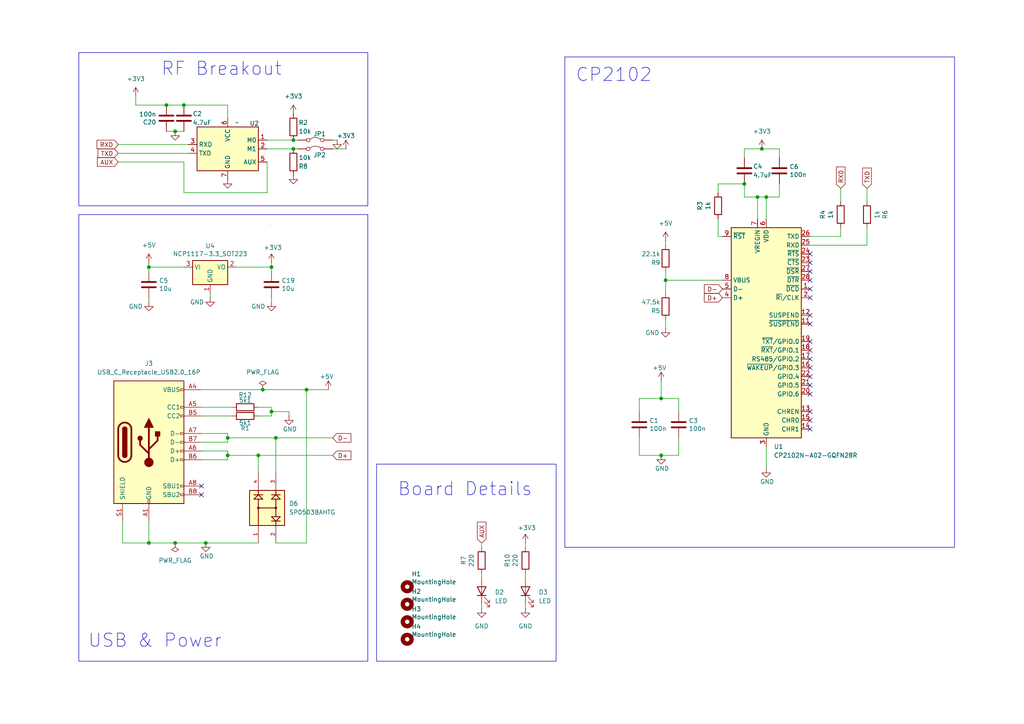
<source format=kicad_sch>
(kicad_sch
	(version 20250114)
	(generator "eeschema")
	(generator_version "9.0")
	(uuid "3bcaab4e-e72c-4ca5-9c3d-245d1aff5610")
	(paper "A4")
	(title_block
		(title "Ground RF Terminal")
		(rev "v2.0.0")
		(company "Ottawa Skybound")
		(comment 1 "Designed by Aryan Zafer")
	)
	(lib_symbols
		(symbol "Connector:USB_C_Receptacle_USB2.0_16P"
			(pin_names
				(offset 1.016)
			)
			(exclude_from_sim no)
			(in_bom yes)
			(on_board yes)
			(property "Reference" "J"
				(at 0 22.225 0)
				(effects
					(font
						(size 1.27 1.27)
					)
				)
			)
			(property "Value" "USB_C_Receptacle_USB2.0_16P"
				(at 0 19.685 0)
				(effects
					(font
						(size 1.27 1.27)
					)
				)
			)
			(property "Footprint" ""
				(at 3.81 0 0)
				(effects
					(font
						(size 1.27 1.27)
					)
					(hide yes)
				)
			)
			(property "Datasheet" "https://www.usb.org/sites/default/files/documents/usb_type-c.zip"
				(at 3.81 0 0)
				(effects
					(font
						(size 1.27 1.27)
					)
					(hide yes)
				)
			)
			(property "Description" "USB 2.0-only 16P Type-C Receptacle connector"
				(at 0 0 0)
				(effects
					(font
						(size 1.27 1.27)
					)
					(hide yes)
				)
			)
			(property "ki_keywords" "usb universal serial bus type-C USB2.0"
				(at 0 0 0)
				(effects
					(font
						(size 1.27 1.27)
					)
					(hide yes)
				)
			)
			(property "ki_fp_filters" "USB*C*Receptacle*"
				(at 0 0 0)
				(effects
					(font
						(size 1.27 1.27)
					)
					(hide yes)
				)
			)
			(symbol "USB_C_Receptacle_USB2.0_16P_0_0"
				(rectangle
					(start -0.254 -17.78)
					(end 0.254 -16.764)
					(stroke
						(width 0)
						(type default)
					)
					(fill
						(type none)
					)
				)
				(rectangle
					(start 10.16 15.494)
					(end 9.144 14.986)
					(stroke
						(width 0)
						(type default)
					)
					(fill
						(type none)
					)
				)
				(rectangle
					(start 10.16 10.414)
					(end 9.144 9.906)
					(stroke
						(width 0)
						(type default)
					)
					(fill
						(type none)
					)
				)
				(rectangle
					(start 10.16 7.874)
					(end 9.144 7.366)
					(stroke
						(width 0)
						(type default)
					)
					(fill
						(type none)
					)
				)
				(rectangle
					(start 10.16 2.794)
					(end 9.144 2.286)
					(stroke
						(width 0)
						(type default)
					)
					(fill
						(type none)
					)
				)
				(rectangle
					(start 10.16 0.254)
					(end 9.144 -0.254)
					(stroke
						(width 0)
						(type default)
					)
					(fill
						(type none)
					)
				)
				(rectangle
					(start 10.16 -2.286)
					(end 9.144 -2.794)
					(stroke
						(width 0)
						(type default)
					)
					(fill
						(type none)
					)
				)
				(rectangle
					(start 10.16 -4.826)
					(end 9.144 -5.334)
					(stroke
						(width 0)
						(type default)
					)
					(fill
						(type none)
					)
				)
				(rectangle
					(start 10.16 -12.446)
					(end 9.144 -12.954)
					(stroke
						(width 0)
						(type default)
					)
					(fill
						(type none)
					)
				)
				(rectangle
					(start 10.16 -14.986)
					(end 9.144 -15.494)
					(stroke
						(width 0)
						(type default)
					)
					(fill
						(type none)
					)
				)
			)
			(symbol "USB_C_Receptacle_USB2.0_16P_0_1"
				(rectangle
					(start -10.16 17.78)
					(end 10.16 -17.78)
					(stroke
						(width 0.254)
						(type default)
					)
					(fill
						(type background)
					)
				)
				(polyline
					(pts
						(xy -8.89 -3.81) (xy -8.89 3.81)
					)
					(stroke
						(width 0.508)
						(type default)
					)
					(fill
						(type none)
					)
				)
				(rectangle
					(start -7.62 -3.81)
					(end -6.35 3.81)
					(stroke
						(width 0.254)
						(type default)
					)
					(fill
						(type outline)
					)
				)
				(arc
					(start -7.62 3.81)
					(mid -6.985 4.4423)
					(end -6.35 3.81)
					(stroke
						(width 0.254)
						(type default)
					)
					(fill
						(type none)
					)
				)
				(arc
					(start -7.62 3.81)
					(mid -6.985 4.4423)
					(end -6.35 3.81)
					(stroke
						(width 0.254)
						(type default)
					)
					(fill
						(type outline)
					)
				)
				(arc
					(start -8.89 3.81)
					(mid -6.985 5.7067)
					(end -5.08 3.81)
					(stroke
						(width 0.508)
						(type default)
					)
					(fill
						(type none)
					)
				)
				(arc
					(start -5.08 -3.81)
					(mid -6.985 -5.7067)
					(end -8.89 -3.81)
					(stroke
						(width 0.508)
						(type default)
					)
					(fill
						(type none)
					)
				)
				(arc
					(start -6.35 -3.81)
					(mid -6.985 -4.4423)
					(end -7.62 -3.81)
					(stroke
						(width 0.254)
						(type default)
					)
					(fill
						(type none)
					)
				)
				(arc
					(start -6.35 -3.81)
					(mid -6.985 -4.4423)
					(end -7.62 -3.81)
					(stroke
						(width 0.254)
						(type default)
					)
					(fill
						(type outline)
					)
				)
				(polyline
					(pts
						(xy -5.08 3.81) (xy -5.08 -3.81)
					)
					(stroke
						(width 0.508)
						(type default)
					)
					(fill
						(type none)
					)
				)
				(circle
					(center -2.54 1.143)
					(radius 0.635)
					(stroke
						(width 0.254)
						(type default)
					)
					(fill
						(type outline)
					)
				)
				(polyline
					(pts
						(xy -1.27 4.318) (xy 0 6.858) (xy 1.27 4.318) (xy -1.27 4.318)
					)
					(stroke
						(width 0.254)
						(type default)
					)
					(fill
						(type outline)
					)
				)
				(polyline
					(pts
						(xy 0 -2.032) (xy 2.54 0.508) (xy 2.54 1.778)
					)
					(stroke
						(width 0.508)
						(type default)
					)
					(fill
						(type none)
					)
				)
				(polyline
					(pts
						(xy 0 -3.302) (xy -2.54 -0.762) (xy -2.54 0.508)
					)
					(stroke
						(width 0.508)
						(type default)
					)
					(fill
						(type none)
					)
				)
				(polyline
					(pts
						(xy 0 -5.842) (xy 0 4.318)
					)
					(stroke
						(width 0.508)
						(type default)
					)
					(fill
						(type none)
					)
				)
				(circle
					(center 0 -5.842)
					(radius 1.27)
					(stroke
						(width 0)
						(type default)
					)
					(fill
						(type outline)
					)
				)
				(rectangle
					(start 1.905 1.778)
					(end 3.175 3.048)
					(stroke
						(width 0.254)
						(type default)
					)
					(fill
						(type outline)
					)
				)
			)
			(symbol "USB_C_Receptacle_USB2.0_16P_1_1"
				(pin passive line
					(at -7.62 -22.86 90)
					(length 5.08)
					(name "SHIELD"
						(effects
							(font
								(size 1.27 1.27)
							)
						)
					)
					(number "S1"
						(effects
							(font
								(size 1.27 1.27)
							)
						)
					)
				)
				(pin passive line
					(at 0 -22.86 90)
					(length 5.08)
					(name "GND"
						(effects
							(font
								(size 1.27 1.27)
							)
						)
					)
					(number "A1"
						(effects
							(font
								(size 1.27 1.27)
							)
						)
					)
				)
				(pin passive line
					(at 0 -22.86 90)
					(length 5.08)
					(hide yes)
					(name "GND"
						(effects
							(font
								(size 1.27 1.27)
							)
						)
					)
					(number "A12"
						(effects
							(font
								(size 1.27 1.27)
							)
						)
					)
				)
				(pin passive line
					(at 0 -22.86 90)
					(length 5.08)
					(hide yes)
					(name "GND"
						(effects
							(font
								(size 1.27 1.27)
							)
						)
					)
					(number "B1"
						(effects
							(font
								(size 1.27 1.27)
							)
						)
					)
				)
				(pin passive line
					(at 0 -22.86 90)
					(length 5.08)
					(hide yes)
					(name "GND"
						(effects
							(font
								(size 1.27 1.27)
							)
						)
					)
					(number "B12"
						(effects
							(font
								(size 1.27 1.27)
							)
						)
					)
				)
				(pin passive line
					(at 15.24 15.24 180)
					(length 5.08)
					(name "VBUS"
						(effects
							(font
								(size 1.27 1.27)
							)
						)
					)
					(number "A4"
						(effects
							(font
								(size 1.27 1.27)
							)
						)
					)
				)
				(pin passive line
					(at 15.24 15.24 180)
					(length 5.08)
					(hide yes)
					(name "VBUS"
						(effects
							(font
								(size 1.27 1.27)
							)
						)
					)
					(number "A9"
						(effects
							(font
								(size 1.27 1.27)
							)
						)
					)
				)
				(pin passive line
					(at 15.24 15.24 180)
					(length 5.08)
					(hide yes)
					(name "VBUS"
						(effects
							(font
								(size 1.27 1.27)
							)
						)
					)
					(number "B4"
						(effects
							(font
								(size 1.27 1.27)
							)
						)
					)
				)
				(pin passive line
					(at 15.24 15.24 180)
					(length 5.08)
					(hide yes)
					(name "VBUS"
						(effects
							(font
								(size 1.27 1.27)
							)
						)
					)
					(number "B9"
						(effects
							(font
								(size 1.27 1.27)
							)
						)
					)
				)
				(pin bidirectional line
					(at 15.24 10.16 180)
					(length 5.08)
					(name "CC1"
						(effects
							(font
								(size 1.27 1.27)
							)
						)
					)
					(number "A5"
						(effects
							(font
								(size 1.27 1.27)
							)
						)
					)
				)
				(pin bidirectional line
					(at 15.24 7.62 180)
					(length 5.08)
					(name "CC2"
						(effects
							(font
								(size 1.27 1.27)
							)
						)
					)
					(number "B5"
						(effects
							(font
								(size 1.27 1.27)
							)
						)
					)
				)
				(pin bidirectional line
					(at 15.24 2.54 180)
					(length 5.08)
					(name "D-"
						(effects
							(font
								(size 1.27 1.27)
							)
						)
					)
					(number "A7"
						(effects
							(font
								(size 1.27 1.27)
							)
						)
					)
				)
				(pin bidirectional line
					(at 15.24 0 180)
					(length 5.08)
					(name "D-"
						(effects
							(font
								(size 1.27 1.27)
							)
						)
					)
					(number "B7"
						(effects
							(font
								(size 1.27 1.27)
							)
						)
					)
				)
				(pin bidirectional line
					(at 15.24 -2.54 180)
					(length 5.08)
					(name "D+"
						(effects
							(font
								(size 1.27 1.27)
							)
						)
					)
					(number "A6"
						(effects
							(font
								(size 1.27 1.27)
							)
						)
					)
				)
				(pin bidirectional line
					(at 15.24 -5.08 180)
					(length 5.08)
					(name "D+"
						(effects
							(font
								(size 1.27 1.27)
							)
						)
					)
					(number "B6"
						(effects
							(font
								(size 1.27 1.27)
							)
						)
					)
				)
				(pin bidirectional line
					(at 15.24 -12.7 180)
					(length 5.08)
					(name "SBU1"
						(effects
							(font
								(size 1.27 1.27)
							)
						)
					)
					(number "A8"
						(effects
							(font
								(size 1.27 1.27)
							)
						)
					)
				)
				(pin bidirectional line
					(at 15.24 -15.24 180)
					(length 5.08)
					(name "SBU2"
						(effects
							(font
								(size 1.27 1.27)
							)
						)
					)
					(number "B8"
						(effects
							(font
								(size 1.27 1.27)
							)
						)
					)
				)
			)
			(embedded_fonts no)
		)
		(symbol "Device:C"
			(pin_numbers
				(hide yes)
			)
			(pin_names
				(offset 0.254)
			)
			(exclude_from_sim no)
			(in_bom yes)
			(on_board yes)
			(property "Reference" "C"
				(at 0.635 2.54 0)
				(effects
					(font
						(size 1.27 1.27)
					)
					(justify left)
				)
			)
			(property "Value" "C"
				(at 0.635 -2.54 0)
				(effects
					(font
						(size 1.27 1.27)
					)
					(justify left)
				)
			)
			(property "Footprint" ""
				(at 0.9652 -3.81 0)
				(effects
					(font
						(size 1.27 1.27)
					)
					(hide yes)
				)
			)
			(property "Datasheet" "~"
				(at 0 0 0)
				(effects
					(font
						(size 1.27 1.27)
					)
					(hide yes)
				)
			)
			(property "Description" "Unpolarized capacitor"
				(at 0 0 0)
				(effects
					(font
						(size 1.27 1.27)
					)
					(hide yes)
				)
			)
			(property "ki_keywords" "cap capacitor"
				(at 0 0 0)
				(effects
					(font
						(size 1.27 1.27)
					)
					(hide yes)
				)
			)
			(property "ki_fp_filters" "C_*"
				(at 0 0 0)
				(effects
					(font
						(size 1.27 1.27)
					)
					(hide yes)
				)
			)
			(symbol "C_0_1"
				(polyline
					(pts
						(xy -2.032 0.762) (xy 2.032 0.762)
					)
					(stroke
						(width 0.508)
						(type default)
					)
					(fill
						(type none)
					)
				)
				(polyline
					(pts
						(xy -2.032 -0.762) (xy 2.032 -0.762)
					)
					(stroke
						(width 0.508)
						(type default)
					)
					(fill
						(type none)
					)
				)
			)
			(symbol "C_1_1"
				(pin passive line
					(at 0 3.81 270)
					(length 2.794)
					(name "~"
						(effects
							(font
								(size 1.27 1.27)
							)
						)
					)
					(number "1"
						(effects
							(font
								(size 1.27 1.27)
							)
						)
					)
				)
				(pin passive line
					(at 0 -3.81 90)
					(length 2.794)
					(name "~"
						(effects
							(font
								(size 1.27 1.27)
							)
						)
					)
					(number "2"
						(effects
							(font
								(size 1.27 1.27)
							)
						)
					)
				)
			)
			(embedded_fonts no)
		)
		(symbol "Device:LED"
			(pin_numbers
				(hide yes)
			)
			(pin_names
				(offset 1.016)
				(hide yes)
			)
			(exclude_from_sim no)
			(in_bom yes)
			(on_board yes)
			(property "Reference" "D"
				(at 0 2.54 0)
				(effects
					(font
						(size 1.27 1.27)
					)
				)
			)
			(property "Value" "LED"
				(at 0 -2.54 0)
				(effects
					(font
						(size 1.27 1.27)
					)
				)
			)
			(property "Footprint" ""
				(at 0 0 0)
				(effects
					(font
						(size 1.27 1.27)
					)
					(hide yes)
				)
			)
			(property "Datasheet" "~"
				(at 0 0 0)
				(effects
					(font
						(size 1.27 1.27)
					)
					(hide yes)
				)
			)
			(property "Description" "Light emitting diode"
				(at 0 0 0)
				(effects
					(font
						(size 1.27 1.27)
					)
					(hide yes)
				)
			)
			(property "Sim.Pins" "1=K 2=A"
				(at 0 0 0)
				(effects
					(font
						(size 1.27 1.27)
					)
					(hide yes)
				)
			)
			(property "ki_keywords" "LED diode"
				(at 0 0 0)
				(effects
					(font
						(size 1.27 1.27)
					)
					(hide yes)
				)
			)
			(property "ki_fp_filters" "LED* LED_SMD:* LED_THT:*"
				(at 0 0 0)
				(effects
					(font
						(size 1.27 1.27)
					)
					(hide yes)
				)
			)
			(symbol "LED_0_1"
				(polyline
					(pts
						(xy -3.048 -0.762) (xy -4.572 -2.286) (xy -3.81 -2.286) (xy -4.572 -2.286) (xy -4.572 -1.524)
					)
					(stroke
						(width 0)
						(type default)
					)
					(fill
						(type none)
					)
				)
				(polyline
					(pts
						(xy -1.778 -0.762) (xy -3.302 -2.286) (xy -2.54 -2.286) (xy -3.302 -2.286) (xy -3.302 -1.524)
					)
					(stroke
						(width 0)
						(type default)
					)
					(fill
						(type none)
					)
				)
				(polyline
					(pts
						(xy -1.27 0) (xy 1.27 0)
					)
					(stroke
						(width 0)
						(type default)
					)
					(fill
						(type none)
					)
				)
				(polyline
					(pts
						(xy -1.27 -1.27) (xy -1.27 1.27)
					)
					(stroke
						(width 0.254)
						(type default)
					)
					(fill
						(type none)
					)
				)
				(polyline
					(pts
						(xy 1.27 -1.27) (xy 1.27 1.27) (xy -1.27 0) (xy 1.27 -1.27)
					)
					(stroke
						(width 0.254)
						(type default)
					)
					(fill
						(type none)
					)
				)
			)
			(symbol "LED_1_1"
				(pin passive line
					(at -3.81 0 0)
					(length 2.54)
					(name "K"
						(effects
							(font
								(size 1.27 1.27)
							)
						)
					)
					(number "1"
						(effects
							(font
								(size 1.27 1.27)
							)
						)
					)
				)
				(pin passive line
					(at 3.81 0 180)
					(length 2.54)
					(name "A"
						(effects
							(font
								(size 1.27 1.27)
							)
						)
					)
					(number "2"
						(effects
							(font
								(size 1.27 1.27)
							)
						)
					)
				)
			)
			(embedded_fonts no)
		)
		(symbol "Device:R"
			(pin_numbers
				(hide yes)
			)
			(pin_names
				(offset 0)
			)
			(exclude_from_sim no)
			(in_bom yes)
			(on_board yes)
			(property "Reference" "R"
				(at 2.032 0 90)
				(effects
					(font
						(size 1.27 1.27)
					)
				)
			)
			(property "Value" "R"
				(at 0 0 90)
				(effects
					(font
						(size 1.27 1.27)
					)
				)
			)
			(property "Footprint" ""
				(at -1.778 0 90)
				(effects
					(font
						(size 1.27 1.27)
					)
					(hide yes)
				)
			)
			(property "Datasheet" "~"
				(at 0 0 0)
				(effects
					(font
						(size 1.27 1.27)
					)
					(hide yes)
				)
			)
			(property "Description" "Resistor"
				(at 0 0 0)
				(effects
					(font
						(size 1.27 1.27)
					)
					(hide yes)
				)
			)
			(property "ki_keywords" "R res resistor"
				(at 0 0 0)
				(effects
					(font
						(size 1.27 1.27)
					)
					(hide yes)
				)
			)
			(property "ki_fp_filters" "R_*"
				(at 0 0 0)
				(effects
					(font
						(size 1.27 1.27)
					)
					(hide yes)
				)
			)
			(symbol "R_0_1"
				(rectangle
					(start -1.016 -2.54)
					(end 1.016 2.54)
					(stroke
						(width 0.254)
						(type default)
					)
					(fill
						(type none)
					)
				)
			)
			(symbol "R_1_1"
				(pin passive line
					(at 0 3.81 270)
					(length 1.27)
					(name "~"
						(effects
							(font
								(size 1.27 1.27)
							)
						)
					)
					(number "1"
						(effects
							(font
								(size 1.27 1.27)
							)
						)
					)
				)
				(pin passive line
					(at 0 -3.81 90)
					(length 1.27)
					(name "~"
						(effects
							(font
								(size 1.27 1.27)
							)
						)
					)
					(number "2"
						(effects
							(font
								(size 1.27 1.27)
							)
						)
					)
				)
			)
			(embedded_fonts no)
		)
		(symbol "Interface_USB:CP2102N-Axx-xQFN28"
			(exclude_from_sim no)
			(in_bom yes)
			(on_board yes)
			(property "Reference" "U"
				(at -8.89 31.75 0)
				(effects
					(font
						(size 1.27 1.27)
					)
				)
			)
			(property "Value" "CP2102N-Axx-xQFN28"
				(at 12.7 31.75 0)
				(effects
					(font
						(size 1.27 1.27)
					)
				)
			)
			(property "Footprint" "Package_DFN_QFN:QFN-28-1EP_5x5mm_P0.5mm_EP3.35x3.35mm"
				(at 33.02 -31.75 0)
				(effects
					(font
						(size 1.27 1.27)
					)
					(hide yes)
				)
			)
			(property "Datasheet" "https://www.silabs.com/documents/public/data-sheets/cp2102n-datasheet.pdf"
				(at 1.27 -19.05 0)
				(effects
					(font
						(size 1.27 1.27)
					)
					(hide yes)
				)
			)
			(property "Description" "USB to UART master bridge, QFN-28"
				(at 0 0 0)
				(effects
					(font
						(size 1.27 1.27)
					)
					(hide yes)
				)
			)
			(property "ki_keywords" "USB UART bridge"
				(at 0 0 0)
				(effects
					(font
						(size 1.27 1.27)
					)
					(hide yes)
				)
			)
			(property "ki_fp_filters" "QFN*1EP*5x5mm*P0.5mm*"
				(at 0 0 0)
				(effects
					(font
						(size 1.27 1.27)
					)
					(hide yes)
				)
			)
			(symbol "CP2102N-Axx-xQFN28_0_1"
				(rectangle
					(start -10.16 30.48)
					(end 10.16 -30.48)
					(stroke
						(width 0.254)
						(type default)
					)
					(fill
						(type background)
					)
				)
			)
			(symbol "CP2102N-Axx-xQFN28_1_1"
				(pin input line
					(at -12.7 27.94 0)
					(length 2.54)
					(name "~{RST}"
						(effects
							(font
								(size 1.27 1.27)
							)
						)
					)
					(number "9"
						(effects
							(font
								(size 1.27 1.27)
							)
						)
					)
				)
				(pin input line
					(at -12.7 15.24 0)
					(length 2.54)
					(name "VBUS"
						(effects
							(font
								(size 1.27 1.27)
							)
						)
					)
					(number "8"
						(effects
							(font
								(size 1.27 1.27)
							)
						)
					)
				)
				(pin bidirectional line
					(at -12.7 12.7 0)
					(length 2.54)
					(name "D-"
						(effects
							(font
								(size 1.27 1.27)
							)
						)
					)
					(number "5"
						(effects
							(font
								(size 1.27 1.27)
							)
						)
					)
				)
				(pin bidirectional line
					(at -12.7 10.16 0)
					(length 2.54)
					(name "D+"
						(effects
							(font
								(size 1.27 1.27)
							)
						)
					)
					(number "4"
						(effects
							(font
								(size 1.27 1.27)
							)
						)
					)
				)
				(pin no_connect line
					(at -10.16 -27.94 0)
					(length 2.54)
					(hide yes)
					(name "NC"
						(effects
							(font
								(size 1.27 1.27)
							)
						)
					)
					(number "10"
						(effects
							(font
								(size 1.27 1.27)
							)
						)
					)
				)
				(pin power_in line
					(at -2.54 33.02 270)
					(length 2.54)
					(name "VREGIN"
						(effects
							(font
								(size 1.27 1.27)
							)
						)
					)
					(number "7"
						(effects
							(font
								(size 1.27 1.27)
							)
						)
					)
				)
				(pin power_in line
					(at 0 33.02 270)
					(length 2.54)
					(name "VDD"
						(effects
							(font
								(size 1.27 1.27)
							)
						)
					)
					(number "6"
						(effects
							(font
								(size 1.27 1.27)
							)
						)
					)
				)
				(pin passive line
					(at 0 -33.02 90)
					(length 2.54)
					(hide yes)
					(name "GND"
						(effects
							(font
								(size 1.27 1.27)
							)
						)
					)
					(number "29"
						(effects
							(font
								(size 1.27 1.27)
							)
						)
					)
				)
				(pin power_in line
					(at 0 -33.02 90)
					(length 2.54)
					(name "GND"
						(effects
							(font
								(size 1.27 1.27)
							)
						)
					)
					(number "3"
						(effects
							(font
								(size 1.27 1.27)
							)
						)
					)
				)
				(pin output line
					(at 12.7 27.94 180)
					(length 2.54)
					(name "TXD"
						(effects
							(font
								(size 1.27 1.27)
							)
						)
					)
					(number "26"
						(effects
							(font
								(size 1.27 1.27)
							)
						)
					)
				)
				(pin input line
					(at 12.7 25.4 180)
					(length 2.54)
					(name "RXD"
						(effects
							(font
								(size 1.27 1.27)
							)
						)
					)
					(number "25"
						(effects
							(font
								(size 1.27 1.27)
							)
						)
					)
				)
				(pin output line
					(at 12.7 22.86 180)
					(length 2.54)
					(name "~{RTS}"
						(effects
							(font
								(size 1.27 1.27)
							)
						)
					)
					(number "24"
						(effects
							(font
								(size 1.27 1.27)
							)
						)
					)
				)
				(pin input line
					(at 12.7 20.32 180)
					(length 2.54)
					(name "~{CTS}"
						(effects
							(font
								(size 1.27 1.27)
							)
						)
					)
					(number "23"
						(effects
							(font
								(size 1.27 1.27)
							)
						)
					)
				)
				(pin input line
					(at 12.7 17.78 180)
					(length 2.54)
					(name "~{DSR}"
						(effects
							(font
								(size 1.27 1.27)
							)
						)
					)
					(number "27"
						(effects
							(font
								(size 1.27 1.27)
							)
						)
					)
				)
				(pin output line
					(at 12.7 15.24 180)
					(length 2.54)
					(name "~{DTR}"
						(effects
							(font
								(size 1.27 1.27)
							)
						)
					)
					(number "28"
						(effects
							(font
								(size 1.27 1.27)
							)
						)
					)
				)
				(pin input line
					(at 12.7 12.7 180)
					(length 2.54)
					(name "~{DCD}"
						(effects
							(font
								(size 1.27 1.27)
							)
						)
					)
					(number "1"
						(effects
							(font
								(size 1.27 1.27)
							)
						)
					)
				)
				(pin bidirectional line
					(at 12.7 10.16 180)
					(length 2.54)
					(name "~{RI}/CLK"
						(effects
							(font
								(size 1.27 1.27)
							)
						)
					)
					(number "2"
						(effects
							(font
								(size 1.27 1.27)
							)
						)
					)
				)
				(pin output line
					(at 12.7 5.08 180)
					(length 2.54)
					(name "SUSPEND"
						(effects
							(font
								(size 1.27 1.27)
							)
						)
					)
					(number "12"
						(effects
							(font
								(size 1.27 1.27)
							)
						)
					)
				)
				(pin output line
					(at 12.7 2.54 180)
					(length 2.54)
					(name "~{SUSPEND}"
						(effects
							(font
								(size 1.27 1.27)
							)
						)
					)
					(number "11"
						(effects
							(font
								(size 1.27 1.27)
							)
						)
					)
				)
				(pin bidirectional line
					(at 12.7 -2.54 180)
					(length 2.54)
					(name "~{TXT}/GPIO.0"
						(effects
							(font
								(size 1.27 1.27)
							)
						)
					)
					(number "19"
						(effects
							(font
								(size 1.27 1.27)
							)
						)
					)
				)
				(pin bidirectional line
					(at 12.7 -5.08 180)
					(length 2.54)
					(name "~{RXT}/GPIO.1"
						(effects
							(font
								(size 1.27 1.27)
							)
						)
					)
					(number "18"
						(effects
							(font
								(size 1.27 1.27)
							)
						)
					)
				)
				(pin bidirectional line
					(at 12.7 -7.62 180)
					(length 2.54)
					(name "RS485/GPIO.2"
						(effects
							(font
								(size 1.27 1.27)
							)
						)
					)
					(number "17"
						(effects
							(font
								(size 1.27 1.27)
							)
						)
					)
				)
				(pin bidirectional line
					(at 12.7 -10.16 180)
					(length 2.54)
					(name "~{WAKEUP}/GPIO.3"
						(effects
							(font
								(size 1.27 1.27)
							)
						)
					)
					(number "16"
						(effects
							(font
								(size 1.27 1.27)
							)
						)
					)
				)
				(pin bidirectional line
					(at 12.7 -12.7 180)
					(length 2.54)
					(name "GPIO.4"
						(effects
							(font
								(size 1.27 1.27)
							)
						)
					)
					(number "22"
						(effects
							(font
								(size 1.27 1.27)
							)
						)
					)
				)
				(pin bidirectional line
					(at 12.7 -15.24 180)
					(length 2.54)
					(name "GPIO.5"
						(effects
							(font
								(size 1.27 1.27)
							)
						)
					)
					(number "21"
						(effects
							(font
								(size 1.27 1.27)
							)
						)
					)
				)
				(pin bidirectional line
					(at 12.7 -17.78 180)
					(length 2.54)
					(name "GPIO.6"
						(effects
							(font
								(size 1.27 1.27)
							)
						)
					)
					(number "20"
						(effects
							(font
								(size 1.27 1.27)
							)
						)
					)
				)
				(pin output line
					(at 12.7 -22.86 180)
					(length 2.54)
					(name "CHREN"
						(effects
							(font
								(size 1.27 1.27)
							)
						)
					)
					(number "13"
						(effects
							(font
								(size 1.27 1.27)
							)
						)
					)
				)
				(pin output line
					(at 12.7 -25.4 180)
					(length 2.54)
					(name "CHR0"
						(effects
							(font
								(size 1.27 1.27)
							)
						)
					)
					(number "15"
						(effects
							(font
								(size 1.27 1.27)
							)
						)
					)
				)
				(pin output line
					(at 12.7 -27.94 180)
					(length 2.54)
					(name "CHR1"
						(effects
							(font
								(size 1.27 1.27)
							)
						)
					)
					(number "14"
						(effects
							(font
								(size 1.27 1.27)
							)
						)
					)
				)
			)
			(embedded_fonts no)
		)
		(symbol "Jumper:Jumper_2_Bridged"
			(pin_numbers
				(hide yes)
			)
			(pin_names
				(offset 0)
				(hide yes)
			)
			(exclude_from_sim no)
			(in_bom yes)
			(on_board yes)
			(property "Reference" "JP"
				(at 0 1.905 0)
				(effects
					(font
						(size 1.27 1.27)
					)
				)
			)
			(property "Value" "Jumper_2_Bridged"
				(at 0 -2.54 0)
				(effects
					(font
						(size 1.27 1.27)
					)
				)
			)
			(property "Footprint" ""
				(at 0 0 0)
				(effects
					(font
						(size 1.27 1.27)
					)
					(hide yes)
				)
			)
			(property "Datasheet" "~"
				(at 0 0 0)
				(effects
					(font
						(size 1.27 1.27)
					)
					(hide yes)
				)
			)
			(property "Description" "Jumper, 2-pole, closed/bridged"
				(at 0 0 0)
				(effects
					(font
						(size 1.27 1.27)
					)
					(hide yes)
				)
			)
			(property "ki_keywords" "Jumper SPST"
				(at 0 0 0)
				(effects
					(font
						(size 1.27 1.27)
					)
					(hide yes)
				)
			)
			(property "ki_fp_filters" "Jumper* TestPoint*2Pads* TestPoint*Bridge*"
				(at 0 0 0)
				(effects
					(font
						(size 1.27 1.27)
					)
					(hide yes)
				)
			)
			(symbol "Jumper_2_Bridged_0_0"
				(circle
					(center -2.032 0)
					(radius 0.508)
					(stroke
						(width 0)
						(type default)
					)
					(fill
						(type none)
					)
				)
				(circle
					(center 2.032 0)
					(radius 0.508)
					(stroke
						(width 0)
						(type default)
					)
					(fill
						(type none)
					)
				)
			)
			(symbol "Jumper_2_Bridged_0_1"
				(arc
					(start -1.524 0.254)
					(mid 0 0.762)
					(end 1.524 0.254)
					(stroke
						(width 0)
						(type default)
					)
					(fill
						(type none)
					)
				)
			)
			(symbol "Jumper_2_Bridged_1_1"
				(pin passive line
					(at -5.08 0 0)
					(length 2.54)
					(name "A"
						(effects
							(font
								(size 1.27 1.27)
							)
						)
					)
					(number "1"
						(effects
							(font
								(size 1.27 1.27)
							)
						)
					)
				)
				(pin passive line
					(at 5.08 0 180)
					(length 2.54)
					(name "B"
						(effects
							(font
								(size 1.27 1.27)
							)
						)
					)
					(number "2"
						(effects
							(font
								(size 1.27 1.27)
							)
						)
					)
				)
			)
			(embedded_fonts no)
		)
		(symbol "Mechanical:MountingHole"
			(pin_names
				(offset 1.016)
			)
			(exclude_from_sim no)
			(in_bom yes)
			(on_board yes)
			(property "Reference" "H"
				(at 0 5.08 0)
				(effects
					(font
						(size 1.27 1.27)
					)
				)
			)
			(property "Value" "MountingHole"
				(at 0 3.175 0)
				(effects
					(font
						(size 1.27 1.27)
					)
				)
			)
			(property "Footprint" ""
				(at 0 0 0)
				(effects
					(font
						(size 1.27 1.27)
					)
					(hide yes)
				)
			)
			(property "Datasheet" "~"
				(at 0 0 0)
				(effects
					(font
						(size 1.27 1.27)
					)
					(hide yes)
				)
			)
			(property "Description" "Mounting Hole without connection"
				(at 0 0 0)
				(effects
					(font
						(size 1.27 1.27)
					)
					(hide yes)
				)
			)
			(property "ki_keywords" "mounting hole"
				(at 0 0 0)
				(effects
					(font
						(size 1.27 1.27)
					)
					(hide yes)
				)
			)
			(property "ki_fp_filters" "MountingHole*"
				(at 0 0 0)
				(effects
					(font
						(size 1.27 1.27)
					)
					(hide yes)
				)
			)
			(symbol "MountingHole_0_1"
				(circle
					(center 0 0)
					(radius 1.27)
					(stroke
						(width 1.27)
						(type default)
					)
					(fill
						(type none)
					)
				)
			)
			(embedded_fonts no)
		)
		(symbol "RF_Module:E220-900T22D"
			(exclude_from_sim no)
			(in_bom yes)
			(on_board yes)
			(property "Reference" "U"
				(at -9.398 7.366 0)
				(effects
					(font
						(size 1.27 1.27)
					)
				)
			)
			(property "Value" ""
				(at 0 0 0)
				(effects
					(font
						(size 1.27 1.27)
					)
				)
			)
			(property "Footprint" ""
				(at 0 0 0)
				(effects
					(font
						(size 1.27 1.27)
					)
					(hide yes)
				)
			)
			(property "Datasheet" ""
				(at 0 0 0)
				(effects
					(font
						(size 1.27 1.27)
					)
					(hide yes)
				)
			)
			(property "Description" ""
				(at 0 0 0)
				(effects
					(font
						(size 1.27 1.27)
					)
					(hide yes)
				)
			)
			(symbol "E220-900T22D_0_1"
				(rectangle
					(start 10.922 -21.844)
					(end 10.922 -21.844)
					(stroke
						(width 0)
						(type default)
					)
					(fill
						(type none)
					)
				)
			)
			(symbol "E220-900T22D_1_1"
				(rectangle
					(start -10.16 6.35)
					(end 7.62 -6.35)
					(stroke
						(width 0.254)
						(type solid)
					)
					(fill
						(type background)
					)
				)
				(pin input line
					(at -12.7 1.27 0)
					(length 2.54)
					(name "RXD"
						(effects
							(font
								(size 1.27 1.27)
							)
						)
					)
					(number "3"
						(effects
							(font
								(size 1.27 1.27)
							)
						)
					)
				)
				(pin output line
					(at -12.7 -1.27 0)
					(length 2.54)
					(name "TXD"
						(effects
							(font
								(size 1.27 1.27)
							)
						)
					)
					(number "4"
						(effects
							(font
								(size 1.27 1.27)
							)
						)
					)
				)
				(pin power_in line
					(at -1.27 8.89 270)
					(length 2.54)
					(name "VCC"
						(effects
							(font
								(size 1.27 1.27)
							)
						)
					)
					(number "6"
						(effects
							(font
								(size 1.27 1.27)
							)
						)
					)
				)
				(pin input line
					(at -1.27 -8.89 90)
					(length 2.54)
					(name "GND"
						(effects
							(font
								(size 1.27 1.27)
							)
						)
					)
					(number "7"
						(effects
							(font
								(size 1.27 1.27)
							)
						)
					)
				)
				(pin input line
					(at 10.16 2.54 180)
					(length 2.54)
					(name "M0"
						(effects
							(font
								(size 1.27 1.27)
							)
						)
					)
					(number "1"
						(effects
							(font
								(size 1.27 1.27)
							)
						)
					)
				)
				(pin input line
					(at 10.16 0 180)
					(length 2.54)
					(name "M1"
						(effects
							(font
								(size 1.27 1.27)
							)
						)
					)
					(number "2"
						(effects
							(font
								(size 1.27 1.27)
							)
						)
					)
				)
				(pin output line
					(at 10.16 -3.81 180)
					(length 2.54)
					(name "AUX"
						(effects
							(font
								(size 1.27 1.27)
							)
						)
					)
					(number "5"
						(effects
							(font
								(size 1.27 1.27)
							)
						)
					)
				)
			)
			(embedded_fonts no)
		)
		(symbol "Regulator_Linear:NCP1117-3.3_SOT223"
			(exclude_from_sim no)
			(in_bom yes)
			(on_board yes)
			(property "Reference" "U"
				(at -3.81 3.175 0)
				(effects
					(font
						(size 1.27 1.27)
					)
				)
			)
			(property "Value" "NCP1117-3.3_SOT223"
				(at 0 3.175 0)
				(effects
					(font
						(size 1.27 1.27)
					)
					(justify left)
				)
			)
			(property "Footprint" "Package_TO_SOT_SMD:SOT-223-3_TabPin2"
				(at 0 5.08 0)
				(effects
					(font
						(size 1.27 1.27)
					)
					(hide yes)
				)
			)
			(property "Datasheet" "http://www.onsemi.com/pub_link/Collateral/NCP1117-D.PDF"
				(at 2.54 -6.35 0)
				(effects
					(font
						(size 1.27 1.27)
					)
					(hide yes)
				)
			)
			(property "Description" "1A Low drop-out regulator, Fixed Output 3.3V, SOT-223"
				(at 0 0 0)
				(effects
					(font
						(size 1.27 1.27)
					)
					(hide yes)
				)
			)
			(property "ki_keywords" "REGULATOR LDO 3.3V"
				(at 0 0 0)
				(effects
					(font
						(size 1.27 1.27)
					)
					(hide yes)
				)
			)
			(property "ki_fp_filters" "SOT?223*TabPin2*"
				(at 0 0 0)
				(effects
					(font
						(size 1.27 1.27)
					)
					(hide yes)
				)
			)
			(symbol "NCP1117-3.3_SOT223_0_1"
				(rectangle
					(start -5.08 -5.08)
					(end 5.08 1.905)
					(stroke
						(width 0.254)
						(type default)
					)
					(fill
						(type background)
					)
				)
			)
			(symbol "NCP1117-3.3_SOT223_1_1"
				(pin power_in line
					(at -7.62 0 0)
					(length 2.54)
					(name "VI"
						(effects
							(font
								(size 1.27 1.27)
							)
						)
					)
					(number "3"
						(effects
							(font
								(size 1.27 1.27)
							)
						)
					)
				)
				(pin power_in line
					(at 0 -7.62 90)
					(length 2.54)
					(name "GND"
						(effects
							(font
								(size 1.27 1.27)
							)
						)
					)
					(number "1"
						(effects
							(font
								(size 1.27 1.27)
							)
						)
					)
				)
				(pin power_out line
					(at 7.62 0 180)
					(length 2.54)
					(name "VO"
						(effects
							(font
								(size 1.27 1.27)
							)
						)
					)
					(number "2"
						(effects
							(font
								(size 1.27 1.27)
							)
						)
					)
				)
			)
			(embedded_fonts no)
		)
		(symbol "SP0503BAHTG:SP0503BAHTG"
			(pin_names
				(offset 1.016)
			)
			(exclude_from_sim no)
			(in_bom yes)
			(on_board yes)
			(property "Reference" "D"
				(at -5.4057 5.6059 0)
				(effects
					(font
						(size 1.27 1.27)
					)
					(justify left bottom)
				)
			)
			(property "Value" "SP0503BAHTG"
				(at -5.6024 -7.5032 0)
				(effects
					(font
						(size 1.27 1.27)
					)
					(justify left bottom)
				)
			)
			(property "Footprint" "SP0503BAHTG:SOT143"
				(at 0 0 0)
				(effects
					(font
						(size 1.27 1.27)
					)
					(justify bottom)
					(hide yes)
				)
			)
			(property "Datasheet" ""
				(at 0 0 0)
				(effects
					(font
						(size 1.27 1.27)
					)
					(hide yes)
				)
			)
			(property "Description" "TVS DIODE 5.5VWM 8.5VC SOT143"
				(at 0 0 0)
				(effects
					(font
						(size 1.27 1.27)
					)
					(justify bottom)
					(hide yes)
				)
			)
			(property "MF" "Littelfuse"
				(at 0 0 0)
				(effects
					(font
						(size 1.27 1.27)
					)
					(justify bottom)
					(hide yes)
				)
			)
			(property "PACKAGE" "SOT-143 Littelfuse"
				(at 0 0 0)
				(effects
					(font
						(size 1.27 1.27)
					)
					(justify bottom)
					(hide yes)
				)
			)
			(property "PRICE" "0.46 USD"
				(at 0 0 0)
				(effects
					(font
						(size 1.27 1.27)
					)
					(justify bottom)
					(hide yes)
				)
			)
			(property "STANDARD" "IPC-7351B"
				(at 0 0 0)
				(effects
					(font
						(size 1.27 1.27)
					)
					(justify bottom)
					(hide yes)
				)
			)
			(property "PARTREV" "N/A"
				(at 0 0 0)
				(effects
					(font
						(size 1.27 1.27)
					)
					(justify bottom)
					(hide yes)
				)
			)
			(property "MP" "SP0503BAHTG"
				(at 0 0 0)
				(effects
					(font
						(size 1.27 1.27)
					)
					(justify bottom)
					(hide yes)
				)
			)
			(property "AVAILABILITY" "Good"
				(at 0 0 0)
				(effects
					(font
						(size 1.27 1.27)
					)
					(justify bottom)
					(hide yes)
				)
			)
			(symbol "SP0503BAHTG_0_0"
				(polyline
					(pts
						(xy -5.08 2.54) (xy 0 2.54)
					)
					(stroke
						(width 0.254)
						(type default)
					)
					(fill
						(type none)
					)
				)
				(polyline
					(pts
						(xy -5.08 -2.54) (xy -3.81 -2.54)
					)
					(stroke
						(width 0.254)
						(type default)
					)
					(fill
						(type none)
					)
				)
				(rectangle
					(start -5.08 -5.08)
					(end 5.08 5.08)
					(stroke
						(width 0.254)
						(type default)
					)
					(fill
						(type background)
					)
				)
				(polyline
					(pts
						(xy -3.81 -2.54) (xy -3.81 -1.27)
					)
					(stroke
						(width 0.254)
						(type default)
					)
					(fill
						(type none)
					)
				)
				(polyline
					(pts
						(xy -3.81 -2.54) (xy -3.81 -3.81)
					)
					(stroke
						(width 0.254)
						(type default)
					)
					(fill
						(type none)
					)
				)
				(polyline
					(pts
						(xy -3.81 -2.54) (xy -2.54 -1.27)
					)
					(stroke
						(width 0.254)
						(type default)
					)
					(fill
						(type none)
					)
				)
				(polyline
					(pts
						(xy -2.54 -1.27) (xy -2.54 -2.54)
					)
					(stroke
						(width 0.254)
						(type default)
					)
					(fill
						(type none)
					)
				)
				(polyline
					(pts
						(xy -2.54 -2.54) (xy -2.54 -3.81)
					)
					(stroke
						(width 0.254)
						(type default)
					)
					(fill
						(type none)
					)
				)
				(polyline
					(pts
						(xy -2.54 -2.54) (xy 0 -2.54)
					)
					(stroke
						(width 0.254)
						(type default)
					)
					(fill
						(type none)
					)
				)
				(polyline
					(pts
						(xy -2.54 -3.81) (xy -3.81 -2.54)
					)
					(stroke
						(width 0.254)
						(type default)
					)
					(fill
						(type none)
					)
				)
				(circle
					(center 0 2.54)
					(radius 0.254)
					(stroke
						(width 0.254)
						(type default)
					)
					(fill
						(type none)
					)
				)
				(polyline
					(pts
						(xy 0 2.54) (xy 2.54 2.54)
					)
					(stroke
						(width 0.254)
						(type default)
					)
					(fill
						(type none)
					)
				)
				(polyline
					(pts
						(xy 0 -2.54) (xy 0 2.54)
					)
					(stroke
						(width 0.254)
						(type default)
					)
					(fill
						(type none)
					)
				)
				(polyline
					(pts
						(xy 0 -2.54) (xy 2.54 -2.54)
					)
					(stroke
						(width 0.254)
						(type default)
					)
					(fill
						(type none)
					)
				)
				(circle
					(center 0 -2.54)
					(radius 0.254)
					(stroke
						(width 0.254)
						(type default)
					)
					(fill
						(type none)
					)
				)
				(polyline
					(pts
						(xy 2.54 2.54) (xy 2.54 3.81)
					)
					(stroke
						(width 0.254)
						(type default)
					)
					(fill
						(type none)
					)
				)
				(polyline
					(pts
						(xy 2.54 2.54) (xy 2.54 1.27)
					)
					(stroke
						(width 0.254)
						(type default)
					)
					(fill
						(type none)
					)
				)
				(polyline
					(pts
						(xy 2.54 1.27) (xy 3.81 2.54)
					)
					(stroke
						(width 0.254)
						(type default)
					)
					(fill
						(type none)
					)
				)
				(polyline
					(pts
						(xy 2.54 -2.54) (xy 2.54 -1.27)
					)
					(stroke
						(width 0.254)
						(type default)
					)
					(fill
						(type none)
					)
				)
				(polyline
					(pts
						(xy 2.54 -2.54) (xy 2.54 -3.81)
					)
					(stroke
						(width 0.254)
						(type default)
					)
					(fill
						(type none)
					)
				)
				(polyline
					(pts
						(xy 2.54 -3.81) (xy 3.81 -2.54)
					)
					(stroke
						(width 0.254)
						(type default)
					)
					(fill
						(type none)
					)
				)
				(polyline
					(pts
						(xy 3.81 3.81) (xy 3.81 2.54)
					)
					(stroke
						(width 0.254)
						(type default)
					)
					(fill
						(type none)
					)
				)
				(polyline
					(pts
						(xy 3.81 2.54) (xy 2.54 3.81)
					)
					(stroke
						(width 0.254)
						(type default)
					)
					(fill
						(type none)
					)
				)
				(polyline
					(pts
						(xy 3.81 2.54) (xy 3.81 1.27)
					)
					(stroke
						(width 0.254)
						(type default)
					)
					(fill
						(type none)
					)
				)
				(polyline
					(pts
						(xy 3.81 2.54) (xy 5.08 2.54)
					)
					(stroke
						(width 0.254)
						(type default)
					)
					(fill
						(type none)
					)
				)
				(polyline
					(pts
						(xy 3.81 -1.27) (xy 3.81 -2.54)
					)
					(stroke
						(width 0.254)
						(type default)
					)
					(fill
						(type none)
					)
				)
				(polyline
					(pts
						(xy 3.81 -2.54) (xy 2.54 -1.27)
					)
					(stroke
						(width 0.254)
						(type default)
					)
					(fill
						(type none)
					)
				)
				(polyline
					(pts
						(xy 3.81 -2.54) (xy 3.81 -3.81)
					)
					(stroke
						(width 0.254)
						(type default)
					)
					(fill
						(type none)
					)
				)
				(polyline
					(pts
						(xy 3.81 -2.54) (xy 5.08 -2.54)
					)
					(stroke
						(width 0.254)
						(type default)
					)
					(fill
						(type none)
					)
				)
				(pin passive line
					(at -10.16 2.54 0)
					(length 5.08)
					(name "~"
						(effects
							(font
								(size 1.016 1.016)
							)
						)
					)
					(number "1"
						(effects
							(font
								(size 1.016 1.016)
							)
						)
					)
				)
				(pin passive line
					(at -10.16 -2.54 0)
					(length 5.08)
					(name "~"
						(effects
							(font
								(size 1.016 1.016)
							)
						)
					)
					(number "2"
						(effects
							(font
								(size 1.016 1.016)
							)
						)
					)
				)
				(pin passive line
					(at 10.16 2.54 180)
					(length 5.08)
					(name "~"
						(effects
							(font
								(size 1.016 1.016)
							)
						)
					)
					(number "4"
						(effects
							(font
								(size 1.016 1.016)
							)
						)
					)
				)
				(pin passive line
					(at 10.16 -2.54 180)
					(length 5.08)
					(name "~"
						(effects
							(font
								(size 1.016 1.016)
							)
						)
					)
					(number "3"
						(effects
							(font
								(size 1.016 1.016)
							)
						)
					)
				)
			)
			(embedded_fonts no)
		)
		(symbol "power:+3V3"
			(power)
			(pin_numbers
				(hide yes)
			)
			(pin_names
				(offset 0)
				(hide yes)
			)
			(exclude_from_sim no)
			(in_bom yes)
			(on_board yes)
			(property "Reference" "#PWR"
				(at 0 -3.81 0)
				(effects
					(font
						(size 1.27 1.27)
					)
					(hide yes)
				)
			)
			(property "Value" "+3V3"
				(at 0 3.556 0)
				(effects
					(font
						(size 1.27 1.27)
					)
				)
			)
			(property "Footprint" ""
				(at 0 0 0)
				(effects
					(font
						(size 1.27 1.27)
					)
					(hide yes)
				)
			)
			(property "Datasheet" ""
				(at 0 0 0)
				(effects
					(font
						(size 1.27 1.27)
					)
					(hide yes)
				)
			)
			(property "Description" "Power symbol creates a global label with name \"+3V3\""
				(at 0 0 0)
				(effects
					(font
						(size 1.27 1.27)
					)
					(hide yes)
				)
			)
			(property "ki_keywords" "global power"
				(at 0 0 0)
				(effects
					(font
						(size 1.27 1.27)
					)
					(hide yes)
				)
			)
			(symbol "+3V3_0_1"
				(polyline
					(pts
						(xy -0.762 1.27) (xy 0 2.54)
					)
					(stroke
						(width 0)
						(type default)
					)
					(fill
						(type none)
					)
				)
				(polyline
					(pts
						(xy 0 2.54) (xy 0.762 1.27)
					)
					(stroke
						(width 0)
						(type default)
					)
					(fill
						(type none)
					)
				)
				(polyline
					(pts
						(xy 0 0) (xy 0 2.54)
					)
					(stroke
						(width 0)
						(type default)
					)
					(fill
						(type none)
					)
				)
			)
			(symbol "+3V3_1_1"
				(pin power_in line
					(at 0 0 90)
					(length 0)
					(name "~"
						(effects
							(font
								(size 1.27 1.27)
							)
						)
					)
					(number "1"
						(effects
							(font
								(size 1.27 1.27)
							)
						)
					)
				)
			)
			(embedded_fonts no)
		)
		(symbol "power:+5V"
			(power)
			(pin_numbers
				(hide yes)
			)
			(pin_names
				(offset 0)
				(hide yes)
			)
			(exclude_from_sim no)
			(in_bom yes)
			(on_board yes)
			(property "Reference" "#PWR"
				(at 0 -3.81 0)
				(effects
					(font
						(size 1.27 1.27)
					)
					(hide yes)
				)
			)
			(property "Value" "+5V"
				(at 0 3.556 0)
				(effects
					(font
						(size 1.27 1.27)
					)
				)
			)
			(property "Footprint" ""
				(at 0 0 0)
				(effects
					(font
						(size 1.27 1.27)
					)
					(hide yes)
				)
			)
			(property "Datasheet" ""
				(at 0 0 0)
				(effects
					(font
						(size 1.27 1.27)
					)
					(hide yes)
				)
			)
			(property "Description" "Power symbol creates a global label with name \"+5V\""
				(at 0 0 0)
				(effects
					(font
						(size 1.27 1.27)
					)
					(hide yes)
				)
			)
			(property "ki_keywords" "global power"
				(at 0 0 0)
				(effects
					(font
						(size 1.27 1.27)
					)
					(hide yes)
				)
			)
			(symbol "+5V_0_1"
				(polyline
					(pts
						(xy -0.762 1.27) (xy 0 2.54)
					)
					(stroke
						(width 0)
						(type default)
					)
					(fill
						(type none)
					)
				)
				(polyline
					(pts
						(xy 0 2.54) (xy 0.762 1.27)
					)
					(stroke
						(width 0)
						(type default)
					)
					(fill
						(type none)
					)
				)
				(polyline
					(pts
						(xy 0 0) (xy 0 2.54)
					)
					(stroke
						(width 0)
						(type default)
					)
					(fill
						(type none)
					)
				)
			)
			(symbol "+5V_1_1"
				(pin power_in line
					(at 0 0 90)
					(length 0)
					(name "~"
						(effects
							(font
								(size 1.27 1.27)
							)
						)
					)
					(number "1"
						(effects
							(font
								(size 1.27 1.27)
							)
						)
					)
				)
			)
			(embedded_fonts no)
		)
		(symbol "power:GND"
			(power)
			(pin_numbers
				(hide yes)
			)
			(pin_names
				(offset 0)
				(hide yes)
			)
			(exclude_from_sim no)
			(in_bom yes)
			(on_board yes)
			(property "Reference" "#PWR"
				(at 0 -6.35 0)
				(effects
					(font
						(size 1.27 1.27)
					)
					(hide yes)
				)
			)
			(property "Value" "GND"
				(at 0 -3.81 0)
				(effects
					(font
						(size 1.27 1.27)
					)
				)
			)
			(property "Footprint" ""
				(at 0 0 0)
				(effects
					(font
						(size 1.27 1.27)
					)
					(hide yes)
				)
			)
			(property "Datasheet" ""
				(at 0 0 0)
				(effects
					(font
						(size 1.27 1.27)
					)
					(hide yes)
				)
			)
			(property "Description" "Power symbol creates a global label with name \"GND\" , ground"
				(at 0 0 0)
				(effects
					(font
						(size 1.27 1.27)
					)
					(hide yes)
				)
			)
			(property "ki_keywords" "global power"
				(at 0 0 0)
				(effects
					(font
						(size 1.27 1.27)
					)
					(hide yes)
				)
			)
			(symbol "GND_0_1"
				(polyline
					(pts
						(xy 0 0) (xy 0 -1.27) (xy 1.27 -1.27) (xy 0 -2.54) (xy -1.27 -1.27) (xy 0 -1.27)
					)
					(stroke
						(width 0)
						(type default)
					)
					(fill
						(type none)
					)
				)
			)
			(symbol "GND_1_1"
				(pin power_in line
					(at 0 0 270)
					(length 0)
					(name "~"
						(effects
							(font
								(size 1.27 1.27)
							)
						)
					)
					(number "1"
						(effects
							(font
								(size 1.27 1.27)
							)
						)
					)
				)
			)
			(embedded_fonts no)
		)
		(symbol "power:PWR_FLAG"
			(power)
			(pin_numbers
				(hide yes)
			)
			(pin_names
				(offset 0)
				(hide yes)
			)
			(exclude_from_sim no)
			(in_bom yes)
			(on_board yes)
			(property "Reference" "#FLG"
				(at 0 1.905 0)
				(effects
					(font
						(size 1.27 1.27)
					)
					(hide yes)
				)
			)
			(property "Value" "PWR_FLAG"
				(at 0 3.81 0)
				(effects
					(font
						(size 1.27 1.27)
					)
				)
			)
			(property "Footprint" ""
				(at 0 0 0)
				(effects
					(font
						(size 1.27 1.27)
					)
					(hide yes)
				)
			)
			(property "Datasheet" "~"
				(at 0 0 0)
				(effects
					(font
						(size 1.27 1.27)
					)
					(hide yes)
				)
			)
			(property "Description" "Special symbol for telling ERC where power comes from"
				(at 0 0 0)
				(effects
					(font
						(size 1.27 1.27)
					)
					(hide yes)
				)
			)
			(property "ki_keywords" "flag power"
				(at 0 0 0)
				(effects
					(font
						(size 1.27 1.27)
					)
					(hide yes)
				)
			)
			(symbol "PWR_FLAG_0_0"
				(pin power_out line
					(at 0 0 90)
					(length 0)
					(name "~"
						(effects
							(font
								(size 1.27 1.27)
							)
						)
					)
					(number "1"
						(effects
							(font
								(size 1.27 1.27)
							)
						)
					)
				)
			)
			(symbol "PWR_FLAG_0_1"
				(polyline
					(pts
						(xy 0 0) (xy 0 1.27) (xy -1.016 1.905) (xy 0 2.54) (xy 1.016 1.905) (xy 0 1.27)
					)
					(stroke
						(width 0)
						(type default)
					)
					(fill
						(type none)
					)
				)
			)
			(embedded_fonts no)
		)
	)
	(rectangle
		(start 22.86 15.24)
		(end 106.68 59.69)
		(stroke
			(width 0)
			(type default)
		)
		(fill
			(type none)
		)
		(uuid 72531ddb-5788-48e1-883a-63f62190136a)
	)
	(rectangle
		(start 163.83 16.51)
		(end 276.86 158.75)
		(stroke
			(width 0)
			(type default)
		)
		(fill
			(type none)
		)
		(uuid 78d990ed-2b5e-476c-8241-db0e93d66f4c)
	)
	(rectangle
		(start 22.86 62.23)
		(end 106.68 191.77)
		(stroke
			(width 0)
			(type default)
		)
		(fill
			(type none)
		)
		(uuid c75c8684-b5e4-437b-8231-733f834bd7db)
	)
	(rectangle
		(start 109.22 134.62)
		(end 161.29 191.77)
		(stroke
			(width 0)
			(type default)
		)
		(fill
			(type none)
		)
		(uuid f27d5b21-04b6-48c9-8324-66a8d068b0c6)
	)
	(text "USB & Power"
		(exclude_from_sim no)
		(at 44.958 185.928 0)
		(effects
			(font
				(size 3.81 3.81)
			)
		)
		(uuid "41765b2c-d2ce-495c-88c7-e73f145044bd")
	)
	(text "CP2102"
		(exclude_from_sim no)
		(at 178.054 21.844 0)
		(effects
			(font
				(size 3.81 3.81)
			)
		)
		(uuid "42541f17-a41c-4ce3-8289-be9c870cb4c2")
	)
	(text "RF Breakout"
		(exclude_from_sim no)
		(at 64.262 20.066 0)
		(effects
			(font
				(size 3.81 3.81)
			)
		)
		(uuid "71d4ca92-1c3c-43bc-bfc7-cd4368acb886")
	)
	(text "Board Details"
		(exclude_from_sim no)
		(at 134.874 141.986 0)
		(effects
			(font
				(size 3.81 3.81)
			)
		)
		(uuid "e00935e5-b012-4d56-8df2-28949d816d79")
	)
	(junction
		(at 66.04 132.08)
		(diameter 0)
		(color 0 0 0 0)
		(uuid "06aedd4b-af76-42bf-8caf-72f6ed95a0de")
	)
	(junction
		(at 66.04 127)
		(diameter 0)
		(color 0 0 0 0)
		(uuid "0ef08c38-20f5-4104-b651-a4e41298d2fa")
	)
	(junction
		(at 85.09 40.64)
		(diameter 0)
		(color 0 0 0 0)
		(uuid "1cda2924-7dde-43db-89da-bd68f5526c52")
	)
	(junction
		(at 43.18 157.48)
		(diameter 0)
		(color 0 0 0 0)
		(uuid "1d5bb51f-d3fd-41bd-9707-b739b961ff7f")
	)
	(junction
		(at 53.34 30.48)
		(diameter 0)
		(color 0 0 0 0)
		(uuid "35ea060f-d591-4d2b-94ff-f8f9ef02bbe0")
	)
	(junction
		(at 85.09 43.18)
		(diameter 0)
		(color 0 0 0 0)
		(uuid "4573dc70-5d3f-44fa-a927-6f864d37ce0b")
	)
	(junction
		(at 88.9 113.03)
		(diameter 0)
		(color 0 0 0 0)
		(uuid "4d600831-726a-4b5e-a810-8197400cf51e")
	)
	(junction
		(at 191.77 115.57)
		(diameter 0)
		(color 0 0 0 0)
		(uuid "4ea1baea-17e2-4869-a439-524df859f9f7")
	)
	(junction
		(at 80.01 127)
		(diameter 0)
		(color 0 0 0 0)
		(uuid "8b20bd34-19c0-4c8c-8377-b6ae0ca7a491")
	)
	(junction
		(at 50.8 157.48)
		(diameter 0)
		(color 0 0 0 0)
		(uuid "8bda8986-536b-4be7-8a65-3bf971ce3907")
	)
	(junction
		(at 74.93 132.08)
		(diameter 0)
		(color 0 0 0 0)
		(uuid "9644e4ee-8157-453a-86d0-f5e86514a445")
	)
	(junction
		(at 59.69 157.48)
		(diameter 0)
		(color 0 0 0 0)
		(uuid "9fa6eb87-d808-4478-8010-c5914b8a0a79")
	)
	(junction
		(at 78.74 77.47)
		(diameter 0)
		(color 0 0 0 0)
		(uuid "a8287151-f7f4-4ff1-9e8c-9c08aec71241")
	)
	(junction
		(at 222.25 57.15)
		(diameter 0)
		(color 0 0 0 0)
		(uuid "a9e75025-9428-45ee-b8c9-38d12f6ef157")
	)
	(junction
		(at 219.71 57.15)
		(diameter 0)
		(color 0 0 0 0)
		(uuid "b7a63d5f-4ce5-4997-8761-0b53bb679c55")
	)
	(junction
		(at 191.77 132.08)
		(diameter 0)
		(color 0 0 0 0)
		(uuid "c177efcf-b1b3-48f3-aff3-bc6028ab1cca")
	)
	(junction
		(at 76.2 113.03)
		(diameter 0)
		(color 0 0 0 0)
		(uuid "c418e709-39f7-4fac-a9fe-c595f88034f9")
	)
	(junction
		(at 48.26 30.48)
		(diameter 0)
		(color 0 0 0 0)
		(uuid "cfcb8766-f121-4ea7-ab09-fd9c9954a525")
	)
	(junction
		(at 78.74 119.38)
		(diameter 0)
		(color 0 0 0 0)
		(uuid "d0dc2380-8fd5-4729-bfb7-d7496068f639")
	)
	(junction
		(at 220.98 43.18)
		(diameter 0)
		(color 0 0 0 0)
		(uuid "df0ebf2c-c376-4567-bc49-781c78b509d9")
	)
	(junction
		(at 50.8 38.1)
		(diameter 0)
		(color 0 0 0 0)
		(uuid "e0438403-421c-4de9-9a6a-4266911eec61")
	)
	(junction
		(at 215.9 53.34)
		(diameter 0)
		(color 0 0 0 0)
		(uuid "f2b98b57-9a9a-41e1-9900-99b770d46d55")
	)
	(junction
		(at 43.18 77.47)
		(diameter 0)
		(color 0 0 0 0)
		(uuid "f9cd82b3-2f89-4c50-9854-ac57674ea300")
	)
	(junction
		(at 193.04 81.28)
		(diameter 0)
		(color 0 0 0 0)
		(uuid "fb668b7d-29e1-40bd-aad2-f448cac38186")
	)
	(no_connect
		(at 234.95 114.3)
		(uuid "07329d7e-d5c2-472f-8ceb-2c0ebaa012b3")
	)
	(no_connect
		(at 234.95 78.74)
		(uuid "0e54308b-b5d9-403e-af12-227cb77f0da5")
	)
	(no_connect
		(at 234.95 81.28)
		(uuid "1b3ce273-e6c3-4a5e-a3b1-3b6d95359471")
	)
	(no_connect
		(at 234.95 93.98)
		(uuid "26b1b3b6-2fe2-4118-8716-e053ab480b02")
	)
	(no_connect
		(at 234.95 99.06)
		(uuid "458be1a4-280d-4a04-90c7-7c0b58ad34d1")
	)
	(no_connect
		(at 234.95 104.14)
		(uuid "52dde433-e34a-4b12-ad76-97b4dfdafc33")
	)
	(no_connect
		(at 58.42 140.97)
		(uuid "52e873c6-1221-481f-8e9e-8d6e61a29fc1")
	)
	(no_connect
		(at 58.42 143.51)
		(uuid "60c759f7-f6d9-4780-a76d-3c0b34e603a5")
	)
	(no_connect
		(at 234.95 111.76)
		(uuid "6291fea7-13ac-412c-be4c-1781e9156e28")
	)
	(no_connect
		(at 234.95 121.92)
		(uuid "85d454c3-f54c-4397-92a1-b60cb51e9371")
	)
	(no_connect
		(at 234.95 106.68)
		(uuid "8adee1e3-228d-4041-9c65-1dd8d3776799")
	)
	(no_connect
		(at 234.95 76.2)
		(uuid "8c740be4-cbf7-4434-a852-417cb329cef6")
	)
	(no_connect
		(at 234.95 109.22)
		(uuid "9d680fed-8288-472b-8a00-9568205d8b15")
	)
	(no_connect
		(at 234.95 86.36)
		(uuid "a07cbcee-7774-437d-933a-75eb6d202298")
	)
	(no_connect
		(at 234.95 101.6)
		(uuid "c4c6b1f7-6bbe-4772-a073-b23b8e10cd35")
	)
	(no_connect
		(at 234.95 91.44)
		(uuid "c7249d67-6850-422d-b49f-7b24349022b4")
	)
	(no_connect
		(at 234.95 124.46)
		(uuid "df3902ae-75e2-497e-b903-61d63531ac0c")
	)
	(no_connect
		(at 234.95 119.38)
		(uuid "e8fd6a61-c5a3-47a4-ba4e-32cd510ce7cd")
	)
	(no_connect
		(at 234.95 73.66)
		(uuid "ea4fc40b-cc69-40c7-9708-b7df1473b9f9")
	)
	(no_connect
		(at 234.95 83.82)
		(uuid "fb373198-1989-4659-9c44-8e66a5003f57")
	)
	(wire
		(pts
			(xy 66.04 130.81) (xy 66.04 132.08)
		)
		(stroke
			(width 0)
			(type default)
		)
		(uuid "017760f3-98b3-4def-b6bd-3786f3c08060")
	)
	(wire
		(pts
			(xy 208.28 68.58) (xy 209.55 68.58)
		)
		(stroke
			(width 0)
			(type default)
		)
		(uuid "02fc9037-8c17-4926-a0b1-5dfcfcfaf65c")
	)
	(wire
		(pts
			(xy 96.52 40.64) (xy 97.79 40.64)
		)
		(stroke
			(width 0)
			(type default)
		)
		(uuid "05213e22-6b86-4864-bdbf-030079e2b434")
	)
	(wire
		(pts
			(xy 83.82 119.38) (xy 78.74 119.38)
		)
		(stroke
			(width 0)
			(type default)
		)
		(uuid "06250ed5-2a45-420c-bfab-136a96c71f4e")
	)
	(wire
		(pts
			(xy 222.25 129.54) (xy 222.25 135.89)
		)
		(stroke
			(width 0)
			(type default)
		)
		(uuid "094b0257-ed5f-42e0-b7d2-3df367b1f584")
	)
	(wire
		(pts
			(xy 58.42 120.65) (xy 67.31 120.65)
		)
		(stroke
			(width 0)
			(type default)
		)
		(uuid "09872d2b-90d6-43a5-8c64-7e4594a28353")
	)
	(wire
		(pts
			(xy 215.9 43.18) (xy 215.9 45.72)
		)
		(stroke
			(width 0)
			(type default)
		)
		(uuid "09f20cfa-ea32-4218-9b2e-d32971e25386")
	)
	(wire
		(pts
			(xy 83.82 120.65) (xy 83.82 119.38)
		)
		(stroke
			(width 0)
			(type default)
		)
		(uuid "09f6aa0f-663c-44fa-a861-505304286552")
	)
	(wire
		(pts
			(xy 85.09 43.18) (xy 86.36 43.18)
		)
		(stroke
			(width 0)
			(type default)
		)
		(uuid "0be02f97-0c57-48f0-9093-aa177341461b")
	)
	(wire
		(pts
			(xy 35.56 151.13) (xy 35.56 157.48)
		)
		(stroke
			(width 0)
			(type default)
		)
		(uuid "0be2536e-b716-4993-a9eb-10eb484db75a")
	)
	(wire
		(pts
			(xy 88.9 113.03) (xy 95.25 113.03)
		)
		(stroke
			(width 0)
			(type default)
		)
		(uuid "0be41a67-3dc3-4a15-aa1b-e4c9684b4ac2")
	)
	(wire
		(pts
			(xy 139.7 166.37) (xy 139.7 167.64)
		)
		(stroke
			(width 0)
			(type default)
		)
		(uuid "0de1a2bb-2986-48bc-bb5c-ab764d033d04")
	)
	(wire
		(pts
			(xy 96.52 43.18) (xy 100.33 43.18)
		)
		(stroke
			(width 0)
			(type default)
		)
		(uuid "0eff99b6-b438-4ea9-a30f-68104a756bb5")
	)
	(wire
		(pts
			(xy 219.71 63.5) (xy 219.71 57.15)
		)
		(stroke
			(width 0)
			(type default)
		)
		(uuid "0f750eca-af5e-4ed9-bbb3-8020e2ea9b75")
	)
	(wire
		(pts
			(xy 78.74 119.38) (xy 78.74 120.65)
		)
		(stroke
			(width 0)
			(type default)
		)
		(uuid "13a96af4-b991-4926-835c-85f9cb9d5e1a")
	)
	(wire
		(pts
			(xy 234.95 71.12) (xy 251.46 71.12)
		)
		(stroke
			(width 0)
			(type default)
		)
		(uuid "1581ae62-7ffc-4ecb-87b5-fb1e2fb3d97a")
	)
	(wire
		(pts
			(xy 78.74 78.74) (xy 78.74 77.47)
		)
		(stroke
			(width 0)
			(type default)
		)
		(uuid "19d6a3fb-f882-4e01-9f64-4728e76c68b3")
	)
	(wire
		(pts
			(xy 43.18 157.48) (xy 43.18 151.13)
		)
		(stroke
			(width 0)
			(type default)
		)
		(uuid "1bab26c5-4a20-4516-980d-820ee9ebba4c")
	)
	(wire
		(pts
			(xy 139.7 158.75) (xy 139.7 157.48)
		)
		(stroke
			(width 0)
			(type default)
		)
		(uuid "21b6d0b1-8bf5-46fe-80d1-f99f75ab6a70")
	)
	(wire
		(pts
			(xy 66.04 133.35) (xy 58.42 133.35)
		)
		(stroke
			(width 0)
			(type default)
		)
		(uuid "268c3be6-dba8-420c-9213-7e568522f6b0")
	)
	(wire
		(pts
			(xy 215.9 43.18) (xy 220.98 43.18)
		)
		(stroke
			(width 0)
			(type default)
		)
		(uuid "2f1456d2-4dfe-4b6b-8790-892502f6ded4")
	)
	(wire
		(pts
			(xy 251.46 71.12) (xy 251.46 66.04)
		)
		(stroke
			(width 0)
			(type default)
		)
		(uuid "2f7b6b86-898c-4f17-bd0d-27b9d671fb97")
	)
	(wire
		(pts
			(xy 220.98 43.18) (xy 226.06 43.18)
		)
		(stroke
			(width 0)
			(type default)
		)
		(uuid "2ffb1dd3-9dcd-4596-a25b-2980aa83bb87")
	)
	(wire
		(pts
			(xy 53.34 55.88) (xy 77.47 55.88)
		)
		(stroke
			(width 0)
			(type default)
		)
		(uuid "3092bcff-37d8-42ec-9b43-ef7a37c7a9e2")
	)
	(wire
		(pts
			(xy 43.18 86.36) (xy 43.18 87.63)
		)
		(stroke
			(width 0)
			(type default)
		)
		(uuid "317263b7-8eb9-4496-8073-df5c87938ee8")
	)
	(wire
		(pts
			(xy 66.04 127) (xy 66.04 128.27)
		)
		(stroke
			(width 0)
			(type default)
		)
		(uuid "35340870-7b84-4b3f-af2d-5f40a85a7b26")
	)
	(wire
		(pts
			(xy 185.42 132.08) (xy 191.77 132.08)
		)
		(stroke
			(width 0)
			(type default)
		)
		(uuid "35c15cdb-439e-42e8-afbc-23a1d46b1f59")
	)
	(wire
		(pts
			(xy 66.04 30.48) (xy 66.04 34.29)
		)
		(stroke
			(width 0)
			(type default)
		)
		(uuid "382430a7-6fd8-4ed0-911e-780b99ab2951")
	)
	(wire
		(pts
			(xy 78.74 86.36) (xy 78.74 87.63)
		)
		(stroke
			(width 0)
			(type default)
		)
		(uuid "389b1a9f-30ec-43a1-a364-a6199da54742")
	)
	(wire
		(pts
			(xy 74.93 137.16) (xy 74.93 132.08)
		)
		(stroke
			(width 0)
			(type default)
		)
		(uuid "3aef6284-bec1-495c-9921-30a9fb604c5a")
	)
	(wire
		(pts
			(xy 243.84 66.04) (xy 243.84 68.58)
		)
		(stroke
			(width 0)
			(type default)
		)
		(uuid "3ff1a78f-6c9f-4c8d-8880-b12605158857")
	)
	(wire
		(pts
			(xy 66.04 125.73) (xy 66.04 127)
		)
		(stroke
			(width 0)
			(type default)
		)
		(uuid "40dcc71a-bfea-4bd8-b9d2-3413afb21400")
	)
	(wire
		(pts
			(xy 193.04 78.74) (xy 193.04 81.28)
		)
		(stroke
			(width 0)
			(type default)
		)
		(uuid "42d08b9b-5b0f-49ed-a9fa-38e78c92d39e")
	)
	(wire
		(pts
			(xy 78.74 118.11) (xy 78.74 119.38)
		)
		(stroke
			(width 0)
			(type default)
		)
		(uuid "4e0a11cc-53c7-4b1a-b121-0c3108fcb65a")
	)
	(wire
		(pts
			(xy 39.37 27.94) (xy 39.37 30.48)
		)
		(stroke
			(width 0)
			(type default)
		)
		(uuid "563bfd17-5bb1-46f7-a325-a92b25e87c4d")
	)
	(wire
		(pts
			(xy 43.18 78.74) (xy 43.18 77.47)
		)
		(stroke
			(width 0)
			(type default)
		)
		(uuid "5bb879e2-0304-43c5-89eb-1d87668bbcdb")
	)
	(wire
		(pts
			(xy 185.42 115.57) (xy 191.77 115.57)
		)
		(stroke
			(width 0)
			(type default)
		)
		(uuid "5c77f83d-e837-4e9b-b54f-db4dcad1faae")
	)
	(wire
		(pts
			(xy 208.28 63.5) (xy 208.28 68.58)
		)
		(stroke
			(width 0)
			(type default)
		)
		(uuid "5cfd8b73-bf0e-486c-a0f2-85f3031ecf5d")
	)
	(wire
		(pts
			(xy 208.28 53.34) (xy 215.9 53.34)
		)
		(stroke
			(width 0)
			(type default)
		)
		(uuid "5e99e465-ac0d-491e-b72b-b4290d754cb6")
	)
	(wire
		(pts
			(xy 58.42 118.11) (xy 67.31 118.11)
		)
		(stroke
			(width 0)
			(type default)
		)
		(uuid "5f7c73d9-59ac-40fc-931a-9e4e92d45a45")
	)
	(wire
		(pts
			(xy 222.25 57.15) (xy 226.06 57.15)
		)
		(stroke
			(width 0)
			(type default)
		)
		(uuid "60794f44-e2ea-4319-94cb-de6d20130859")
	)
	(wire
		(pts
			(xy 191.77 115.57) (xy 191.77 110.49)
		)
		(stroke
			(width 0)
			(type default)
		)
		(uuid "618d449d-6a62-4d40-9fdc-036a30459692")
	)
	(wire
		(pts
			(xy 77.47 43.18) (xy 85.09 43.18)
		)
		(stroke
			(width 0)
			(type default)
		)
		(uuid "649660f6-32bc-443a-a6a9-a3300cf8d705")
	)
	(wire
		(pts
			(xy 48.26 30.48) (xy 53.34 30.48)
		)
		(stroke
			(width 0)
			(type default)
		)
		(uuid "663a5895-21a4-4fb4-8f7b-d2aed323c33d")
	)
	(wire
		(pts
			(xy 208.28 53.34) (xy 208.28 55.88)
		)
		(stroke
			(width 0)
			(type default)
		)
		(uuid "6e49fcd7-3adf-4ef1-8b15-498312af19fb")
	)
	(wire
		(pts
			(xy 243.84 54.61) (xy 243.84 58.42)
		)
		(stroke
			(width 0)
			(type default)
		)
		(uuid "6e705b0d-a7e1-4a34-828a-daef60aeb187")
	)
	(wire
		(pts
			(xy 58.42 113.03) (xy 76.2 113.03)
		)
		(stroke
			(width 0)
			(type default)
		)
		(uuid "70ddec2c-7110-4cc7-9a20-ccba593a0199")
	)
	(wire
		(pts
			(xy 152.4 158.75) (xy 152.4 157.48)
		)
		(stroke
			(width 0)
			(type default)
		)
		(uuid "71d8fe0d-c821-4761-92aa-5d4287d32388")
	)
	(wire
		(pts
			(xy 196.85 115.57) (xy 196.85 119.38)
		)
		(stroke
			(width 0)
			(type default)
		)
		(uuid "7561fbbe-507a-47b0-8e87-cafe25ed8e3d")
	)
	(wire
		(pts
			(xy 50.8 38.1) (xy 53.34 38.1)
		)
		(stroke
			(width 0)
			(type default)
		)
		(uuid "770e2220-ff8f-47cc-8223-cdf663962b12")
	)
	(wire
		(pts
			(xy 152.4 166.37) (xy 152.4 167.64)
		)
		(stroke
			(width 0)
			(type default)
		)
		(uuid "775525c1-e1af-4f9b-a4dd-36db869ba01e")
	)
	(wire
		(pts
			(xy 185.42 119.38) (xy 185.42 115.57)
		)
		(stroke
			(width 0)
			(type default)
		)
		(uuid "77b6e139-76c4-46af-a327-6b9edaeaf37e")
	)
	(wire
		(pts
			(xy 74.93 118.11) (xy 78.74 118.11)
		)
		(stroke
			(width 0)
			(type default)
		)
		(uuid "77e2452a-d180-499f-b6da-4fb63d2d60e0")
	)
	(wire
		(pts
			(xy 80.01 157.48) (xy 88.9 157.48)
		)
		(stroke
			(width 0)
			(type default)
		)
		(uuid "7d6119e7-c43c-458a-b023-70e00f5f7c84")
	)
	(wire
		(pts
			(xy 152.4 176.53) (xy 152.4 175.26)
		)
		(stroke
			(width 0)
			(type default)
		)
		(uuid "7f816d2e-b7f8-4698-a7cf-7a53fb73d335")
	)
	(wire
		(pts
			(xy 234.95 68.58) (xy 243.84 68.58)
		)
		(stroke
			(width 0)
			(type default)
		)
		(uuid "813e2f62-2ecf-4d07-80ae-9412ae4f5aeb")
	)
	(wire
		(pts
			(xy 59.69 157.48) (xy 74.93 157.48)
		)
		(stroke
			(width 0)
			(type default)
		)
		(uuid "821906b3-3f4d-45a7-a80e-ce593bea0e5a")
	)
	(wire
		(pts
			(xy 185.42 127) (xy 185.42 132.08)
		)
		(stroke
			(width 0)
			(type default)
		)
		(uuid "8c58f455-4060-4a59-b3d7-7c3a11ed87d8")
	)
	(wire
		(pts
			(xy 196.85 132.08) (xy 196.85 127)
		)
		(stroke
			(width 0)
			(type default)
		)
		(uuid "8cf4bd4f-d75c-4012-ad77-eb3800b97343")
	)
	(wire
		(pts
			(xy 66.04 132.08) (xy 74.93 132.08)
		)
		(stroke
			(width 0)
			(type default)
		)
		(uuid "8dfe3294-9e43-484c-82b9-f2e926dadcbc")
	)
	(wire
		(pts
			(xy 226.06 43.18) (xy 226.06 45.72)
		)
		(stroke
			(width 0)
			(type default)
		)
		(uuid "8e9555b8-7d71-4630-b34a-01cba852479e")
	)
	(wire
		(pts
			(xy 35.56 157.48) (xy 43.18 157.48)
		)
		(stroke
			(width 0)
			(type default)
		)
		(uuid "8efc3eda-d98b-4876-be48-93ea3b885203")
	)
	(wire
		(pts
			(xy 53.34 46.99) (xy 53.34 55.88)
		)
		(stroke
			(width 0)
			(type default)
		)
		(uuid "8fc49e0a-77f0-4884-bd6e-4b878cee3cdc")
	)
	(wire
		(pts
			(xy 66.04 127) (xy 80.01 127)
		)
		(stroke
			(width 0)
			(type default)
		)
		(uuid "8fd06f5a-963e-4451-b6bc-3d2fc81692bb")
	)
	(wire
		(pts
			(xy 80.01 127) (xy 96.52 127)
		)
		(stroke
			(width 0)
			(type default)
		)
		(uuid "92593291-4dab-4bd8-a79c-31c48d683725")
	)
	(wire
		(pts
			(xy 39.37 30.48) (xy 48.26 30.48)
		)
		(stroke
			(width 0)
			(type default)
		)
		(uuid "983cb0a9-788f-4338-a232-08011e4acf15")
	)
	(wire
		(pts
			(xy 74.93 132.08) (xy 96.52 132.08)
		)
		(stroke
			(width 0)
			(type default)
		)
		(uuid "9bfbedc9-a3ce-46ca-9379-dafa64396779")
	)
	(wire
		(pts
			(xy 88.9 113.03) (xy 88.9 157.48)
		)
		(stroke
			(width 0)
			(type default)
		)
		(uuid "9c7baeb0-3e60-4280-bfcb-3656cbe59a44")
	)
	(wire
		(pts
			(xy 219.71 57.15) (xy 222.25 57.15)
		)
		(stroke
			(width 0)
			(type default)
		)
		(uuid "a7031cd0-1d89-4be9-bdbb-8f67448a078a")
	)
	(wire
		(pts
			(xy 139.7 176.53) (xy 139.7 175.26)
		)
		(stroke
			(width 0)
			(type default)
		)
		(uuid "b2b8dab4-6be3-4ae5-85a1-437d0eb0f8c0")
	)
	(wire
		(pts
			(xy 43.18 157.48) (xy 50.8 157.48)
		)
		(stroke
			(width 0)
			(type default)
		)
		(uuid "b4f02065-e1f9-4f73-88da-cf93de8b6e4f")
	)
	(wire
		(pts
			(xy 193.04 81.28) (xy 209.55 81.28)
		)
		(stroke
			(width 0)
			(type default)
		)
		(uuid "b8e447dd-375e-412f-93a8-0b0b910d50ae")
	)
	(wire
		(pts
			(xy 222.25 57.15) (xy 222.25 63.5)
		)
		(stroke
			(width 0)
			(type default)
		)
		(uuid "b948d274-c80d-474c-8ca5-9f9874b983ec")
	)
	(wire
		(pts
			(xy 215.9 57.15) (xy 215.9 53.34)
		)
		(stroke
			(width 0)
			(type default)
		)
		(uuid "b98b51ff-ab4b-4523-b7ab-6302d2c8c5ee")
	)
	(wire
		(pts
			(xy 68.58 77.47) (xy 78.74 77.47)
		)
		(stroke
			(width 0)
			(type default)
		)
		(uuid "ba5a50a7-8bb5-434c-aedc-14a759334a82")
	)
	(wire
		(pts
			(xy 78.74 120.65) (xy 74.93 120.65)
		)
		(stroke
			(width 0)
			(type default)
		)
		(uuid "bbae7980-e973-40c5-a995-1ebe4df61569")
	)
	(wire
		(pts
			(xy 191.77 132.08) (xy 196.85 132.08)
		)
		(stroke
			(width 0)
			(type default)
		)
		(uuid "be5009ef-f2be-47c4-b2fc-c7e3e28511e1")
	)
	(wire
		(pts
			(xy 53.34 77.47) (xy 43.18 77.47)
		)
		(stroke
			(width 0)
			(type default)
		)
		(uuid "bf13702e-bf23-4b53-932e-9e2d64899ac7")
	)
	(wire
		(pts
			(xy 77.47 55.88) (xy 77.47 46.99)
		)
		(stroke
			(width 0)
			(type default)
		)
		(uuid "bf5aef40-9f25-4ccf-adc3-6bb145608fdc")
	)
	(wire
		(pts
			(xy 58.42 130.81) (xy 66.04 130.81)
		)
		(stroke
			(width 0)
			(type default)
		)
		(uuid "c14a31a9-cb78-4c52-852c-9a60c1f45c54")
	)
	(wire
		(pts
			(xy 43.18 76.2) (xy 43.18 77.47)
		)
		(stroke
			(width 0)
			(type default)
		)
		(uuid "c56a42a2-b587-4e9b-a6c3-1054ca8bbf83")
	)
	(wire
		(pts
			(xy 193.04 95.25) (xy 193.04 92.71)
		)
		(stroke
			(width 0)
			(type default)
		)
		(uuid "cbb20fea-b733-4acd-9353-9f4f2c414902")
	)
	(wire
		(pts
			(xy 78.74 77.47) (xy 78.74 76.2)
		)
		(stroke
			(width 0)
			(type default)
		)
		(uuid "cd76d895-6863-4823-bcb2-fe519ae4899c")
	)
	(wire
		(pts
			(xy 193.04 69.85) (xy 193.04 71.12)
		)
		(stroke
			(width 0)
			(type default)
		)
		(uuid "d089fb38-956e-4b69-bb1b-59de3855c92b")
	)
	(wire
		(pts
			(xy 53.34 30.48) (xy 66.04 30.48)
		)
		(stroke
			(width 0)
			(type default)
		)
		(uuid "d3689276-97a0-4dfe-ab4d-00a0700f3aef")
	)
	(wire
		(pts
			(xy 85.09 40.64) (xy 86.36 40.64)
		)
		(stroke
			(width 0)
			(type default)
		)
		(uuid "d5dcf346-71e7-4d3e-86f9-2f2b7f05d3b0")
	)
	(wire
		(pts
			(xy 77.47 40.64) (xy 85.09 40.64)
		)
		(stroke
			(width 0)
			(type default)
		)
		(uuid "d6138a66-5c61-4fd8-80f0-12f1eb05b70d")
	)
	(wire
		(pts
			(xy 251.46 54.61) (xy 251.46 58.42)
		)
		(stroke
			(width 0)
			(type default)
		)
		(uuid "d6674902-fed8-476c-bd29-f44d7a4797e3")
	)
	(wire
		(pts
			(xy 66.04 128.27) (xy 58.42 128.27)
		)
		(stroke
			(width 0)
			(type default)
		)
		(uuid "d9744c3c-dca1-4f8c-9f9f-9275d105dc09")
	)
	(wire
		(pts
			(xy 219.71 57.15) (xy 215.9 57.15)
		)
		(stroke
			(width 0)
			(type default)
		)
		(uuid "d9d1148b-4536-4164-aa90-b54e8234275d")
	)
	(wire
		(pts
			(xy 58.42 125.73) (xy 66.04 125.73)
		)
		(stroke
			(width 0)
			(type default)
		)
		(uuid "da644a13-89dc-495a-b7d8-aa0caa5c9ea5")
	)
	(wire
		(pts
			(xy 34.29 44.45) (xy 54.61 44.45)
		)
		(stroke
			(width 0)
			(type default)
		)
		(uuid "dbc0316f-0ace-44a5-ae5c-ffda3ad6d238")
	)
	(wire
		(pts
			(xy 191.77 115.57) (xy 196.85 115.57)
		)
		(stroke
			(width 0)
			(type default)
		)
		(uuid "dc754378-b07a-498c-a6b7-23b79c727259")
	)
	(wire
		(pts
			(xy 80.01 137.16) (xy 80.01 127)
		)
		(stroke
			(width 0)
			(type default)
		)
		(uuid "df1f454f-1a20-4184-af6a-8b4242b66abb")
	)
	(wire
		(pts
			(xy 76.2 113.03) (xy 88.9 113.03)
		)
		(stroke
			(width 0)
			(type default)
		)
		(uuid "e22c7d9d-c8ae-4a41-adfb-09cd1965a537")
	)
	(wire
		(pts
			(xy 60.96 85.09) (xy 60.96 86.36)
		)
		(stroke
			(width 0)
			(type default)
		)
		(uuid "e567e246-dd2a-461d-afd2-5e2bd71cf4cb")
	)
	(wire
		(pts
			(xy 48.26 38.1) (xy 50.8 38.1)
		)
		(stroke
			(width 0)
			(type default)
		)
		(uuid "e812ab6c-c338-4645-ab7e-a50a0235a3a4")
	)
	(wire
		(pts
			(xy 226.06 57.15) (xy 226.06 53.34)
		)
		(stroke
			(width 0)
			(type default)
		)
		(uuid "ed24cf2e-3687-48f0-a98e-d5ab491c33b6")
	)
	(wire
		(pts
			(xy 66.04 132.08) (xy 66.04 133.35)
		)
		(stroke
			(width 0)
			(type default)
		)
		(uuid "ee277246-e627-49ad-9b69-993a31356c01")
	)
	(wire
		(pts
			(xy 50.8 157.48) (xy 59.69 157.48)
		)
		(stroke
			(width 0)
			(type default)
		)
		(uuid "f4015375-5a86-4496-8afa-7fca614aeec5")
	)
	(wire
		(pts
			(xy 34.29 46.99) (xy 53.34 46.99)
		)
		(stroke
			(width 0)
			(type default)
		)
		(uuid "f581c8b1-336b-4534-87ac-e971356ccb4d")
	)
	(wire
		(pts
			(xy 34.29 41.91) (xy 54.61 41.91)
		)
		(stroke
			(width 0)
			(type default)
		)
		(uuid "f84ed47d-ed0b-4f6f-ae19-5a97a930cf1f")
	)
	(wire
		(pts
			(xy 193.04 85.09) (xy 193.04 81.28)
		)
		(stroke
			(width 0)
			(type default)
		)
		(uuid "fc0c4390-3cc0-4a63-9b11-720ac62f07e8")
	)
	(global_label "AUX"
		(shape input)
		(at 34.29 46.99 180)
		(fields_autoplaced yes)
		(effects
			(font
				(size 1.27 1.27)
			)
			(justify right)
		)
		(uuid "09099f01-1881-45f4-b9eb-1f1cab01e1c0")
		(property "Intersheetrefs" "${INTERSHEET_REFS}"
			(at 27.6762 46.99 0)
			(effects
				(font
					(size 1.27 1.27)
				)
				(justify right)
				(hide yes)
			)
		)
	)
	(global_label "RXD"
		(shape input)
		(at 243.84 54.61 90)
		(fields_autoplaced yes)
		(effects
			(font
				(size 1.27 1.27)
			)
			(justify left)
		)
		(uuid "1fbec133-fbed-4471-91af-2357296c921b")
		(property "Intersheetrefs" "${INTERSHEET_REFS}"
			(at 243.84 47.8753 90)
			(effects
				(font
					(size 1.27 1.27)
				)
				(justify left)
				(hide yes)
			)
		)
	)
	(global_label "AUX"
		(shape input)
		(at 139.7 157.48 90)
		(fields_autoplaced yes)
		(effects
			(font
				(size 1.27 1.27)
			)
			(justify left)
		)
		(uuid "3d98b648-92d5-4b7c-bba3-317fc970715c")
		(property "Intersheetrefs" "${INTERSHEET_REFS}"
			(at 139.7 150.8662 90)
			(effects
				(font
					(size 1.27 1.27)
				)
				(justify left)
				(hide yes)
			)
		)
	)
	(global_label "RXD"
		(shape input)
		(at 34.29 41.91 180)
		(fields_autoplaced yes)
		(effects
			(font
				(size 1.27 1.27)
			)
			(justify right)
		)
		(uuid "5a39c124-3b56-40ed-9b9e-d1e730f8938a")
		(property "Intersheetrefs" "${INTERSHEET_REFS}"
			(at 27.5553 41.91 0)
			(effects
				(font
					(size 1.27 1.27)
				)
				(justify right)
				(hide yes)
			)
		)
	)
	(global_label "D+"
		(shape input)
		(at 209.55 86.36 180)
		(fields_autoplaced yes)
		(effects
			(font
				(size 1.27 1.27)
			)
			(justify right)
		)
		(uuid "6f4048d0-efdb-4f31-a3d0-29e89ed25cd8")
		(property "Intersheetrefs" "${INTERSHEET_REFS}"
			(at 203.7224 86.36 0)
			(effects
				(font
					(size 1.27 1.27)
				)
				(justify right)
				(hide yes)
			)
		)
	)
	(global_label "D-"
		(shape input)
		(at 96.52 127 0)
		(fields_autoplaced yes)
		(effects
			(font
				(size 1.27 1.27)
			)
			(justify left)
		)
		(uuid "7894ef08-3e53-46d7-b3ed-b973f528968f")
		(property "Intersheetrefs" "${INTERSHEET_REFS}"
			(at 102.3476 127 0)
			(effects
				(font
					(size 1.27 1.27)
				)
				(justify left)
				(hide yes)
			)
		)
	)
	(global_label "TXD"
		(shape input)
		(at 34.29 44.45 180)
		(fields_autoplaced yes)
		(effects
			(font
				(size 1.27 1.27)
			)
			(justify right)
		)
		(uuid "8c711c85-d8c7-4e50-ac07-915ac232475f")
		(property "Intersheetrefs" "${INTERSHEET_REFS}"
			(at 27.8577 44.45 0)
			(effects
				(font
					(size 1.27 1.27)
				)
				(justify right)
				(hide yes)
			)
		)
	)
	(global_label "D+"
		(shape input)
		(at 96.52 132.08 0)
		(fields_autoplaced yes)
		(effects
			(font
				(size 1.27 1.27)
			)
			(justify left)
		)
		(uuid "92ac59d1-67b3-4a75-86bc-323991ca39eb")
		(property "Intersheetrefs" "${INTERSHEET_REFS}"
			(at 102.3476 132.08 0)
			(effects
				(font
					(size 1.27 1.27)
				)
				(justify left)
				(hide yes)
			)
		)
	)
	(global_label "TXD"
		(shape input)
		(at 251.46 54.61 90)
		(fields_autoplaced yes)
		(effects
			(font
				(size 1.27 1.27)
			)
			(justify left)
		)
		(uuid "a8bb055c-f31c-4294-bf88-2dd40e179659")
		(property "Intersheetrefs" "${INTERSHEET_REFS}"
			(at 251.46 48.1777 90)
			(effects
				(font
					(size 1.27 1.27)
				)
				(justify left)
				(hide yes)
			)
		)
	)
	(global_label "D-"
		(shape input)
		(at 209.55 83.82 180)
		(fields_autoplaced yes)
		(effects
			(font
				(size 1.27 1.27)
			)
			(justify right)
		)
		(uuid "c6b30351-9fc1-4b64-b8a8-69cac4d290f7")
		(property "Intersheetrefs" "${INTERSHEET_REFS}"
			(at 203.7224 83.82 0)
			(effects
				(font
					(size 1.27 1.27)
				)
				(justify right)
				(hide yes)
			)
		)
	)
	(symbol
		(lib_id "Mechanical:MountingHole")
		(at 118.11 170.18 0)
		(unit 1)
		(exclude_from_sim no)
		(in_bom yes)
		(on_board yes)
		(dnp no)
		(uuid "00000000-0000-0000-0000-00005ef4c292")
		(property "Reference" "H1"
			(at 119.38 166.4716 0)
			(effects
				(font
					(size 1.27 1.27)
				)
				(justify left)
			)
		)
		(property "Value" "MountingHole"
			(at 119.38 168.783 0)
			(effects
				(font
					(size 1.27 1.27)
				)
				(justify left)
			)
		)
		(property "Footprint" "MountingHole:MountingHole_2.7mm_M2.5"
			(at 118.11 170.18 0)
			(effects
				(font
					(size 1.27 1.27)
				)
				(hide yes)
			)
		)
		(property "Datasheet" "~"
			(at 118.11 170.18 0)
			(effects
				(font
					(size 1.27 1.27)
				)
				(hide yes)
			)
		)
		(property "Description" ""
			(at 118.11 170.18 0)
			(effects
				(font
					(size 1.27 1.27)
				)
			)
		)
		(instances
			(project "Ground RF Controller"
				(path "/3bcaab4e-e72c-4ca5-9c3d-245d1aff5610"
					(reference "H1")
					(unit 1)
				)
			)
		)
	)
	(symbol
		(lib_id "Mechanical:MountingHole")
		(at 118.11 175.26 0)
		(unit 1)
		(exclude_from_sim no)
		(in_bom yes)
		(on_board yes)
		(dnp no)
		(uuid "00000000-0000-0000-0000-00005ef4cf1f")
		(property "Reference" "H2"
			(at 119.38 171.5516 0)
			(effects
				(font
					(size 1.27 1.27)
				)
				(justify left)
			)
		)
		(property "Value" "MountingHole"
			(at 119.38 173.863 0)
			(effects
				(font
					(size 1.27 1.27)
				)
				(justify left)
			)
		)
		(property "Footprint" "MountingHole:MountingHole_2.7mm_M2.5"
			(at 118.11 175.26 0)
			(effects
				(font
					(size 1.27 1.27)
				)
				(hide yes)
			)
		)
		(property "Datasheet" "~"
			(at 118.11 175.26 0)
			(effects
				(font
					(size 1.27 1.27)
				)
				(hide yes)
			)
		)
		(property "Description" ""
			(at 118.11 175.26 0)
			(effects
				(font
					(size 1.27 1.27)
				)
			)
		)
		(instances
			(project "Ground RF Controller"
				(path "/3bcaab4e-e72c-4ca5-9c3d-245d1aff5610"
					(reference "H2")
					(unit 1)
				)
			)
		)
	)
	(symbol
		(lib_id "Mechanical:MountingHole")
		(at 118.11 180.34 0)
		(unit 1)
		(exclude_from_sim no)
		(in_bom yes)
		(on_board yes)
		(dnp no)
		(uuid "00000000-0000-0000-0000-00005ef4d323")
		(property "Reference" "H3"
			(at 119.38 176.6316 0)
			(effects
				(font
					(size 1.27 1.27)
				)
				(justify left)
			)
		)
		(property "Value" "MountingHole"
			(at 119.38 178.943 0)
			(effects
				(font
					(size 1.27 1.27)
				)
				(justify left)
			)
		)
		(property "Footprint" "MountingHole:MountingHole_2.7mm_M2.5"
			(at 118.11 180.34 0)
			(effects
				(font
					(size 1.27 1.27)
				)
				(hide yes)
			)
		)
		(property "Datasheet" "~"
			(at 118.11 180.34 0)
			(effects
				(font
					(size 1.27 1.27)
				)
				(hide yes)
			)
		)
		(property "Description" ""
			(at 118.11 180.34 0)
			(effects
				(font
					(size 1.27 1.27)
				)
			)
		)
		(instances
			(project "Ground RF Controller"
				(path "/3bcaab4e-e72c-4ca5-9c3d-245d1aff5610"
					(reference "H3")
					(unit 1)
				)
			)
		)
	)
	(symbol
		(lib_id "Mechanical:MountingHole")
		(at 118.11 185.42 0)
		(unit 1)
		(exclude_from_sim no)
		(in_bom yes)
		(on_board yes)
		(dnp no)
		(uuid "00000000-0000-0000-0000-00005ef4d57b")
		(property "Reference" "H4"
			(at 119.38 181.7116 0)
			(effects
				(font
					(size 1.27 1.27)
				)
				(justify left)
			)
		)
		(property "Value" "MountingHole"
			(at 119.38 184.023 0)
			(effects
				(font
					(size 1.27 1.27)
				)
				(justify left)
			)
		)
		(property "Footprint" "MountingHole:MountingHole_2.7mm_M2.5"
			(at 118.11 185.42 0)
			(effects
				(font
					(size 1.27 1.27)
				)
				(hide yes)
			)
		)
		(property "Datasheet" "~"
			(at 118.11 185.42 0)
			(effects
				(font
					(size 1.27 1.27)
				)
				(hide yes)
			)
		)
		(property "Description" ""
			(at 118.11 185.42 0)
			(effects
				(font
					(size 1.27 1.27)
				)
			)
		)
		(instances
			(project "Ground RF Controller"
				(path "/3bcaab4e-e72c-4ca5-9c3d-245d1aff5610"
					(reference "H4")
					(unit 1)
				)
			)
		)
	)
	(symbol
		(lib_id "power:GND")
		(at 66.04 52.07 0)
		(unit 1)
		(exclude_from_sim no)
		(in_bom yes)
		(on_board yes)
		(dnp no)
		(fields_autoplaced yes)
		(uuid "01ed1f8e-4019-4395-8886-28e2365e8b6b")
		(property "Reference" "#PWR011"
			(at 66.04 58.42 0)
			(effects
				(font
					(size 1.27 1.27)
				)
				(hide yes)
			)
		)
		(property "Value" "GND"
			(at 66.04 57.15 0)
			(effects
				(font
					(size 1.27 1.27)
				)
				(hide yes)
			)
		)
		(property "Footprint" ""
			(at 66.04 52.07 0)
			(effects
				(font
					(size 1.27 1.27)
				)
				(hide yes)
			)
		)
		(property "Datasheet" ""
			(at 66.04 52.07 0)
			(effects
				(font
					(size 1.27 1.27)
				)
				(hide yes)
			)
		)
		(property "Description" "Power symbol creates a global label with name \"GND\" , ground"
			(at 66.04 52.07 0)
			(effects
				(font
					(size 1.27 1.27)
				)
				(hide yes)
			)
		)
		(pin "1"
			(uuid "e63c998e-5ee6-454b-a80f-3bfad7cf8773")
		)
		(instances
			(project "Ground RF Controller"
				(path "/3bcaab4e-e72c-4ca5-9c3d-245d1aff5610"
					(reference "#PWR011")
					(unit 1)
				)
			)
		)
	)
	(symbol
		(lib_id "Device:C")
		(at 43.18 82.55 0)
		(unit 1)
		(exclude_from_sim no)
		(in_bom yes)
		(on_board yes)
		(dnp no)
		(uuid "10475774-3035-429a-88af-0e430bd61655")
		(property "Reference" "C5"
			(at 46.101 81.3816 0)
			(effects
				(font
					(size 1.27 1.27)
				)
				(justify left)
			)
		)
		(property "Value" "10u"
			(at 46.101 83.693 0)
			(effects
				(font
					(size 1.27 1.27)
				)
				(justify left)
			)
		)
		(property "Footprint" "Capacitor_SMD:C_1210_3225Metric"
			(at 44.1452 86.36 0)
			(effects
				(font
					(size 1.27 1.27)
				)
				(hide yes)
			)
		)
		(property "Datasheet" "https://calchip.com/wp-content/uploads/2025/05/GMC-Series-3.pdf"
			(at 43.18 82.55 0)
			(effects
				(font
					(size 1.27 1.27)
				)
				(hide yes)
			)
		)
		(property "Description" ""
			(at 43.18 82.55 0)
			(effects
				(font
					(size 1.27 1.27)
				)
			)
		)
		(property "MPN" "GMC32X5R106K50NT"
			(at 43.18 82.55 0)
			(effects
				(font
					(size 1.27 1.27)
				)
				(hide yes)
			)
		)
		(pin "1"
			(uuid "af50c4a1-823a-417c-b86c-70c85ea14e78")
		)
		(pin "2"
			(uuid "fe560567-6a24-499c-87fb-4dd4118a5a3b")
		)
		(instances
			(project "Ground RF Controller"
				(path "/3bcaab4e-e72c-4ca5-9c3d-245d1aff5610"
					(reference "C5")
					(unit 1)
				)
			)
		)
	)
	(symbol
		(lib_id "Device:R")
		(at 85.09 46.99 0)
		(mirror x)
		(unit 1)
		(exclude_from_sim no)
		(in_bom yes)
		(on_board yes)
		(dnp no)
		(uuid "1d200eb8-8e7e-42c2-bba4-c314283b0012")
		(property "Reference" "R8"
			(at 86.614 48.26 0)
			(effects
				(font
					(size 1.27 1.27)
				)
				(justify left)
			)
		)
		(property "Value" "10k"
			(at 86.614 45.72 0)
			(effects
				(font
					(size 1.27 1.27)
				)
				(justify left)
			)
		)
		(property "Footprint" "Resistor_SMD:R_0402_1005Metric"
			(at 83.312 46.99 90)
			(effects
				(font
					(size 1.27 1.27)
				)
				(hide yes)
			)
		)
		(property "Datasheet" "https://www.yageo.com/upload/media/product/products/datasheet/rchip/PYu-RC_Group_51_RoHS_L_12.pdf"
			(at 85.09 46.99 0)
			(effects
				(font
					(size 1.27 1.27)
				)
				(hide yes)
			)
		)
		(property "Description" "Resistor"
			(at 85.09 46.99 0)
			(effects
				(font
					(size 1.27 1.27)
				)
				(hide yes)
			)
		)
		(property "MPN" "RC0402JR-0710KL"
			(at 85.09 46.99 0)
			(effects
				(font
					(size 1.27 1.27)
				)
				(hide yes)
			)
		)
		(pin "1"
			(uuid "fc7fc56d-9e48-4532-ad3f-c44aedaf9657")
		)
		(pin "2"
			(uuid "3a5a96f9-bf42-4fec-a7b8-a236ccce7a50")
		)
		(instances
			(project "Ground RF Controller"
				(path "/3bcaab4e-e72c-4ca5-9c3d-245d1aff5610"
					(reference "R8")
					(unit 1)
				)
			)
		)
	)
	(symbol
		(lib_id "power:GND")
		(at 139.7 176.53 0)
		(unit 1)
		(exclude_from_sim no)
		(in_bom yes)
		(on_board yes)
		(dnp no)
		(fields_autoplaced yes)
		(uuid "20130605-67e9-4faf-90ab-0b731d1695ad")
		(property "Reference" "#PWR031"
			(at 139.7 182.88 0)
			(effects
				(font
					(size 1.27 1.27)
				)
				(hide yes)
			)
		)
		(property "Value" "GND"
			(at 139.7 181.61 0)
			(effects
				(font
					(size 1.27 1.27)
				)
			)
		)
		(property "Footprint" ""
			(at 139.7 176.53 0)
			(effects
				(font
					(size 1.27 1.27)
				)
				(hide yes)
			)
		)
		(property "Datasheet" ""
			(at 139.7 176.53 0)
			(effects
				(font
					(size 1.27 1.27)
				)
				(hide yes)
			)
		)
		(property "Description" "Power symbol creates a global label with name \"GND\" , ground"
			(at 139.7 176.53 0)
			(effects
				(font
					(size 1.27 1.27)
				)
				(hide yes)
			)
		)
		(pin "1"
			(uuid "9a76a152-7c16-484c-98e5-5018ffda77ee")
		)
		(instances
			(project "Ground RF Controller"
				(path "/3bcaab4e-e72c-4ca5-9c3d-245d1aff5610"
					(reference "#PWR031")
					(unit 1)
				)
			)
		)
	)
	(symbol
		(lib_id "Device:R")
		(at 71.12 120.65 270)
		(unit 1)
		(exclude_from_sim no)
		(in_bom yes)
		(on_board yes)
		(dnp no)
		(uuid "211872c7-5af2-41b8-a339-db2e3811787b")
		(property "Reference" "R1"
			(at 71.12 124.206 90)
			(effects
				(font
					(size 1.27 1.27)
				)
			)
		)
		(property "Value" "5k1"
			(at 71.12 122.682 90)
			(effects
				(font
					(size 1.27 1.27)
				)
			)
		)
		(property "Footprint" "Resistor_SMD:R_0603_1608Metric"
			(at 71.12 118.872 90)
			(effects
				(font
					(size 1.27 1.27)
				)
				(hide yes)
			)
		)
		(property "Datasheet" "https://www.yageo.com/upload/media/product/products/datasheet/rchip/PYu-RC_Group_51_RoHS_L_12.pdf"
			(at 71.12 120.65 0)
			(effects
				(font
					(size 1.27 1.27)
				)
				(hide yes)
			)
		)
		(property "Description" ""
			(at 71.12 120.65 0)
			(effects
				(font
					(size 1.27 1.27)
				)
				(justify bottom)
				(hide yes)
			)
		)
		(property "MPN" "RC0603FR-075K1L"
			(at 71.12 120.65 90)
			(effects
				(font
					(size 1.27 1.27)
				)
				(justify top)
				(hide yes)
			)
		)
		(pin "2"
			(uuid "2043bb8b-6582-4b34-9ddb-1ecab0607757")
		)
		(pin "1"
			(uuid "d6cfd22e-0972-4c2f-88d7-9bb9626e2498")
		)
		(instances
			(project "Ground RF Controller"
				(path "/3bcaab4e-e72c-4ca5-9c3d-245d1aff5610"
					(reference "R1")
					(unit 1)
				)
			)
		)
	)
	(symbol
		(lib_id "power:+5V")
		(at 43.18 76.2 0)
		(unit 1)
		(exclude_from_sim no)
		(in_bom yes)
		(on_board yes)
		(dnp no)
		(fields_autoplaced yes)
		(uuid "24854c9a-2e9e-46e6-93e8-9df2c0607641")
		(property "Reference" "#PWR034"
			(at 43.18 80.01 0)
			(effects
				(font
					(size 1.27 1.27)
				)
				(hide yes)
			)
		)
		(property "Value" "+5V"
			(at 43.18 71.12 0)
			(effects
				(font
					(size 1.27 1.27)
				)
			)
		)
		(property "Footprint" ""
			(at 43.18 76.2 0)
			(effects
				(font
					(size 1.27 1.27)
				)
				(hide yes)
			)
		)
		(property "Datasheet" ""
			(at 43.18 76.2 0)
			(effects
				(font
					(size 1.27 1.27)
				)
				(hide yes)
			)
		)
		(property "Description" "Power symbol creates a global label with name \"+5V\""
			(at 43.18 76.2 0)
			(effects
				(font
					(size 1.27 1.27)
				)
				(hide yes)
			)
		)
		(pin "1"
			(uuid "d989e26a-0379-4f2f-af06-819323839197")
		)
		(instances
			(project "Ground RF Controller"
				(path "/3bcaab4e-e72c-4ca5-9c3d-245d1aff5610"
					(reference "#PWR034")
					(unit 1)
				)
			)
		)
	)
	(symbol
		(lib_id "power:+3V3")
		(at 39.37 27.94 0)
		(unit 1)
		(exclude_from_sim no)
		(in_bom yes)
		(on_board yes)
		(dnp no)
		(fields_autoplaced yes)
		(uuid "24bbb953-1b70-48f5-955d-186af28dea04")
		(property "Reference" "#PWR0101"
			(at 39.37 31.75 0)
			(effects
				(font
					(size 1.27 1.27)
				)
				(hide yes)
			)
		)
		(property "Value" "+3V3"
			(at 39.37 22.86 0)
			(effects
				(font
					(size 1.27 1.27)
				)
			)
		)
		(property "Footprint" ""
			(at 39.37 27.94 0)
			(effects
				(font
					(size 1.27 1.27)
				)
				(hide yes)
			)
		)
		(property "Datasheet" ""
			(at 39.37 27.94 0)
			(effects
				(font
					(size 1.27 1.27)
				)
				(hide yes)
			)
		)
		(property "Description" "Power symbol creates a global label with name \"+3V3\""
			(at 39.37 27.94 0)
			(effects
				(font
					(size 1.27 1.27)
				)
				(hide yes)
			)
		)
		(pin "1"
			(uuid "d25359d5-d705-42da-9e60-5579a59a7e28")
		)
		(instances
			(project "Ground RF Controller"
				(path "/3bcaab4e-e72c-4ca5-9c3d-245d1aff5610"
					(reference "#PWR0101")
					(unit 1)
				)
			)
		)
	)
	(symbol
		(lib_id "Connector:USB_C_Receptacle_USB2.0_16P")
		(at 43.18 128.27 0)
		(unit 1)
		(exclude_from_sim no)
		(in_bom yes)
		(on_board yes)
		(dnp no)
		(fields_autoplaced yes)
		(uuid "2a5affd7-98bc-40c1-a981-d5c0d836a17e")
		(property "Reference" "J3"
			(at 43.18 105.41 0)
			(effects
				(font
					(size 1.27 1.27)
				)
			)
		)
		(property "Value" "USB_C_Receptacle_USB2.0_16P"
			(at 43.18 107.95 0)
			(effects
				(font
					(size 1.27 1.27)
				)
			)
		)
		(property "Footprint" "Connector_USB:USB_C_Receptacle_GCT_USB4105-xx-A_16P_TopMnt_Horizontal"
			(at 46.99 128.27 0)
			(effects
				(font
					(size 1.27 1.27)
				)
				(hide yes)
			)
		)
		(property "Datasheet" "https://www.usb.org/sites/default/files/documents/usb_type-c.zip"
			(at 46.99 128.27 0)
			(effects
				(font
					(size 1.27 1.27)
				)
				(hide yes)
			)
		)
		(property "Description" ""
			(at 43.18 128.27 0)
			(effects
				(font
					(size 1.27 1.27)
				)
				(hide yes)
			)
		)
		(property "MPN" "USB4105-GF-A-120"
			(at 43.18 128.27 0)
			(effects
				(font
					(size 1.27 1.27)
				)
				(hide yes)
			)
		)
		(pin "B5"
			(uuid "4aebcf93-9a6b-47a5-89a2-3bd86902443c")
		)
		(pin "A6"
			(uuid "b15e0839-030c-406a-a7fa-d554f27a76e3")
		)
		(pin "B12"
			(uuid "73c58f8f-f5c8-48e9-a905-afdf3ee3e6ee")
		)
		(pin "A1"
			(uuid "44715b4a-56c1-4e78-9e23-65eaff6787e5")
		)
		(pin "A9"
			(uuid "e78e06b4-6065-4a64-a96c-13fb61399fad")
		)
		(pin "A4"
			(uuid "5dd75d23-3179-443c-af9d-bc3bcb624aba")
		)
		(pin "B6"
			(uuid "5f56539c-ba1e-40b4-87d7-1d8f76703c56")
		)
		(pin "B9"
			(uuid "9021b1f9-7c22-430b-9558-341fd54f5e14")
		)
		(pin "S1"
			(uuid "567d78d1-f054-4114-afde-1eaa30f75485")
		)
		(pin "B7"
			(uuid "15ca7b08-fce1-4ef1-8d0a-baa874c4e100")
		)
		(pin "A12"
			(uuid "e164c7ab-fea2-4359-974d-092bcf0410ee")
		)
		(pin "A7"
			(uuid "6a9e50be-dc47-41da-ae24-032a1cd55777")
		)
		(pin "A5"
			(uuid "4133c226-fc7b-4e2f-b95a-524c6107a63c")
		)
		(pin "B4"
			(uuid "e6aa7bed-26fe-454a-a0e8-00d67fd3dc8f")
		)
		(pin "B8"
			(uuid "bc48391f-8aa5-44ca-93fb-51d156879574")
		)
		(pin "B1"
			(uuid "7233e7c1-4ae6-460b-b29d-9a68274c2548")
		)
		(pin "A8"
			(uuid "ed5f5af7-aa75-41c7-8165-54f5a3240406")
		)
		(instances
			(project "Ground RF Controller"
				(path "/3bcaab4e-e72c-4ca5-9c3d-245d1aff5610"
					(reference "J3")
					(unit 1)
				)
			)
		)
	)
	(symbol
		(lib_id "power:GND")
		(at 50.8 38.1 0)
		(unit 1)
		(exclude_from_sim no)
		(in_bom yes)
		(on_board yes)
		(dnp no)
		(fields_autoplaced yes)
		(uuid "308e93ff-9e0f-4d38-b967-1c95c17df7b5")
		(property "Reference" "#PWR03"
			(at 50.8 44.45 0)
			(effects
				(font
					(size 1.27 1.27)
				)
				(hide yes)
			)
		)
		(property "Value" "GND"
			(at 50.8 43.18 0)
			(effects
				(font
					(size 1.27 1.27)
				)
				(hide yes)
			)
		)
		(property "Footprint" ""
			(at 50.8 38.1 0)
			(effects
				(font
					(size 1.27 1.27)
				)
				(hide yes)
			)
		)
		(property "Datasheet" ""
			(at 50.8 38.1 0)
			(effects
				(font
					(size 1.27 1.27)
				)
				(hide yes)
			)
		)
		(property "Description" "Power symbol creates a global label with name \"GND\" , ground"
			(at 50.8 38.1 0)
			(effects
				(font
					(size 1.27 1.27)
				)
				(hide yes)
			)
		)
		(pin "1"
			(uuid "3163e4e4-bc5d-4dbf-b320-5de01921f504")
		)
		(instances
			(project "Ground RF Controller"
				(path "/3bcaab4e-e72c-4ca5-9c3d-245d1aff5610"
					(reference "#PWR03")
					(unit 1)
				)
			)
		)
	)
	(symbol
		(lib_id "power:+3V3")
		(at 85.09 33.02 0)
		(unit 1)
		(exclude_from_sim no)
		(in_bom yes)
		(on_board yes)
		(dnp no)
		(fields_autoplaced yes)
		(uuid "30bf93e9-f201-4d4d-8dbc-6f14a2ae934c")
		(property "Reference" "#PWR012"
			(at 85.09 36.83 0)
			(effects
				(font
					(size 1.27 1.27)
				)
				(hide yes)
			)
		)
		(property "Value" "+3V3"
			(at 85.09 27.94 0)
			(effects
				(font
					(size 1.27 1.27)
				)
			)
		)
		(property "Footprint" ""
			(at 85.09 33.02 0)
			(effects
				(font
					(size 1.27 1.27)
				)
				(hide yes)
			)
		)
		(property "Datasheet" ""
			(at 85.09 33.02 0)
			(effects
				(font
					(size 1.27 1.27)
				)
				(hide yes)
			)
		)
		(property "Description" "Power symbol creates a global label with name \"+3V3\""
			(at 85.09 33.02 0)
			(effects
				(font
					(size 1.27 1.27)
				)
				(hide yes)
			)
		)
		(pin "1"
			(uuid "3f5f4303-62e0-46ec-8384-a04c94e339a4")
		)
		(instances
			(project "Ground RF Controller"
				(path "/3bcaab4e-e72c-4ca5-9c3d-245d1aff5610"
					(reference "#PWR012")
					(unit 1)
				)
			)
		)
	)
	(symbol
		(lib_id "Interface_USB:CP2102N-Axx-xQFN28")
		(at 222.25 96.52 0)
		(unit 1)
		(exclude_from_sim no)
		(in_bom yes)
		(on_board yes)
		(dnp no)
		(fields_autoplaced yes)
		(uuid "328dcbc4-b984-4002-b26f-5a9df2abaa9e")
		(property "Reference" "U1"
			(at 224.4441 129.54 0)
			(effects
				(font
					(size 1.27 1.27)
				)
				(justify left)
			)
		)
		(property "Value" "CP2102N-A02-GQFN28R"
			(at 224.4441 132.08 0)
			(effects
				(font
					(size 1.27 1.27)
				)
				(justify left)
			)
		)
		(property "Footprint" "Package_DFN_QFN:QFN-28-1EP_5x5mm_P0.5mm_EP3.35x3.35mm"
			(at 255.27 128.27 0)
			(effects
				(font
					(size 1.27 1.27)
				)
				(hide yes)
			)
		)
		(property "Datasheet" "https://www.silabs.com/documents/public/data-sheets/cp2102n-datasheet.pdf"
			(at 223.52 115.57 0)
			(effects
				(font
					(size 1.27 1.27)
				)
				(hide yes)
			)
		)
		(property "Description" "USB to UART master bridge, QFN-28"
			(at 222.25 96.52 0)
			(effects
				(font
					(size 1.27 1.27)
				)
				(hide yes)
			)
		)
		(property "MPN" "CP2102N-A02-GQFN28R"
			(at 222.25 96.52 0)
			(effects
				(font
					(size 1.27 1.27)
				)
				(hide yes)
			)
		)
		(pin "16"
			(uuid "7a7fe507-0beb-4df1-9dbc-d8ef409c3290")
		)
		(pin "22"
			(uuid "2ac83b62-0992-4377-85db-5f4fdde8e481")
		)
		(pin "5"
			(uuid "a748ab97-b0e5-4677-9b4e-89ee3233c0d7")
		)
		(pin "8"
			(uuid "dae8056e-cd02-4de4-93cd-ebd333a4decf")
		)
		(pin "28"
			(uuid "06f80079-acd6-4b89-a79f-e120e7a6166b")
		)
		(pin "23"
			(uuid "97612aee-beb3-4553-9717-260fdbf75351")
		)
		(pin "19"
			(uuid "febcef6c-5def-46de-9bf1-7675a4c076f4")
		)
		(pin "15"
			(uuid "5a04a937-7d38-4863-8a53-3bcfc77fb45d")
		)
		(pin "21"
			(uuid "585075e4-8c5a-4fb5-975e-eb3f36ebe0fe")
		)
		(pin "13"
			(uuid "7b164368-5807-45a9-b7d0-1060c69a5813")
		)
		(pin "10"
			(uuid "c310b19a-6f0d-4dbe-8e45-7d82683498ec")
		)
		(pin "11"
			(uuid "beed05df-4e8f-430b-a7ec-e103e4bf501b")
		)
		(pin "6"
			(uuid "00c6d73e-598a-4917-9e09-5e227a1786d2")
		)
		(pin "1"
			(uuid "7b844b46-e4fa-45db-9060-d823d400eb02")
		)
		(pin "17"
			(uuid "279130d9-8477-439f-878f-b9d03943524d")
		)
		(pin "18"
			(uuid "a46f3d4f-6fbb-4c9b-9b4c-2725bfa9a4dd")
		)
		(pin "24"
			(uuid "0ed3c0e1-fd5e-47d3-b92f-bcba37a4f9a5")
		)
		(pin "27"
			(uuid "15cf6265-d06d-45ce-9f54-04845b90f60b")
		)
		(pin "26"
			(uuid "6f72b830-acee-4d57-bfaf-f2f4d1f55828")
		)
		(pin "3"
			(uuid "799330b0-ec1f-4794-9921-331fa5bbf79e")
		)
		(pin "25"
			(uuid "12cc3da4-e2e3-467b-8959-413626eba7d2")
		)
		(pin "4"
			(uuid "d4db481c-2a4c-41bf-ae7c-423cf9792683")
		)
		(pin "9"
			(uuid "3fd9c6dc-0dfc-4035-b75c-8db0eafc97d7")
		)
		(pin "14"
			(uuid "a5ae8f51-9a69-47ff-97f9-dbf993669380")
		)
		(pin "2"
			(uuid "3bab175a-8e09-4455-9754-a1fcedddc194")
		)
		(pin "29"
			(uuid "6cc2a87f-1b6e-4c8c-81c8-34aa32bdec76")
		)
		(pin "12"
			(uuid "0acd995e-0177-4ce2-b6f5-e25a82f7cb28")
		)
		(pin "7"
			(uuid "16252080-b0f5-46a6-a1ef-2db6d73078e3")
		)
		(pin "20"
			(uuid "ffa2fcc2-2656-45ea-8ea8-385ae992aa36")
		)
		(instances
			(project ""
				(path "/3bcaab4e-e72c-4ca5-9c3d-245d1aff5610"
					(reference "U1")
					(unit 1)
				)
			)
		)
	)
	(symbol
		(lib_id "power:+5V")
		(at 95.25 113.03 0)
		(unit 1)
		(exclude_from_sim no)
		(in_bom yes)
		(on_board yes)
		(dnp no)
		(uuid "338a0ede-d53a-42e4-a4cd-2cb02e6681c3")
		(property "Reference" "#PWR037"
			(at 95.25 116.84 0)
			(effects
				(font
					(size 1.27 1.27)
				)
				(hide yes)
			)
		)
		(property "Value" "+5V"
			(at 94.742 109.22 0)
			(effects
				(font
					(size 1.27 1.27)
				)
			)
		)
		(property "Footprint" ""
			(at 95.25 113.03 0)
			(effects
				(font
					(size 1.27 1.27)
				)
				(hide yes)
			)
		)
		(property "Datasheet" ""
			(at 95.25 113.03 0)
			(effects
				(font
					(size 1.27 1.27)
				)
				(hide yes)
			)
		)
		(property "Description" "Power symbol creates a global label with name \"+5V\""
			(at 95.25 113.03 0)
			(effects
				(font
					(size 1.27 1.27)
				)
				(hide yes)
			)
		)
		(pin "1"
			(uuid "4f2b55b9-cd72-48cb-b253-5246b4e8e96b")
		)
		(instances
			(project "Ground RF Controller"
				(path "/3bcaab4e-e72c-4ca5-9c3d-245d1aff5610"
					(reference "#PWR037")
					(unit 1)
				)
			)
		)
	)
	(symbol
		(lib_id "Device:LED")
		(at 139.7 171.45 90)
		(unit 1)
		(exclude_from_sim no)
		(in_bom yes)
		(on_board yes)
		(dnp no)
		(fields_autoplaced yes)
		(uuid "35a57d87-e479-4fa1-b124-326764e369e3")
		(property "Reference" "D2"
			(at 143.51 171.7674 90)
			(effects
				(font
					(size 1.27 1.27)
				)
				(justify right)
			)
		)
		(property "Value" "LED"
			(at 143.51 174.3074 90)
			(effects
				(font
					(size 1.27 1.27)
				)
				(justify right)
			)
		)
		(property "Footprint" "LED_SMD:LED_0603_1608Metric"
			(at 139.7 171.45 0)
			(effects
				(font
					(size 1.27 1.27)
				)
				(hide yes)
			)
		)
		(property "Datasheet" "https://www.yageo.com/upload/media/product/products/datasheet/rchip/PYu-RC_Group_51_RoHS_L_12.pdf"
			(at 139.7 171.45 0)
			(effects
				(font
					(size 1.27 1.27)
				)
				(hide yes)
			)
		)
		(property "Description" "Light emitting diode"
			(at 139.7 171.45 0)
			(effects
				(font
					(size 1.27 1.27)
				)
				(hide yes)
			)
		)
		(property "Sim.Pins" "1=K 2=A"
			(at 139.7 171.45 0)
			(effects
				(font
					(size 1.27 1.27)
				)
				(hide yes)
			)
		)
		(property "MPN" "RC0603FR-075K1L"
			(at 139.7 171.45 90)
			(effects
				(font
					(size 1.27 1.27)
				)
				(hide yes)
			)
		)
		(pin "2"
			(uuid "c0a6ffa6-5cf8-4e14-93c3-03d1726bbf01")
		)
		(pin "1"
			(uuid "743b3cce-3240-4c64-bf66-c12bee21a52f")
		)
		(instances
			(project "Ground RF Controller"
				(path "/3bcaab4e-e72c-4ca5-9c3d-245d1aff5610"
					(reference "D2")
					(unit 1)
				)
			)
		)
	)
	(symbol
		(lib_id "Device:C")
		(at 215.9 49.53 0)
		(mirror y)
		(unit 1)
		(exclude_from_sim no)
		(in_bom yes)
		(on_board yes)
		(dnp no)
		(uuid "375b2c9a-1ff3-487d-bf10-417c7f49d8d0")
		(property "Reference" "C4"
			(at 218.44 48.26 0)
			(effects
				(font
					(size 1.27 1.27)
				)
				(justify right)
			)
		)
		(property "Value" "4.7uF"
			(at 218.44 50.8 0)
			(effects
				(font
					(size 1.27 1.27)
				)
				(justify right)
			)
		)
		(property "Footprint" "Capacitor_SMD:C_0402_1005Metric"
			(at 214.9348 53.34 0)
			(effects
				(font
					(size 1.27 1.27)
				)
				(hide yes)
			)
		)
		(property "Datasheet" "https://search.murata.co.jp/Ceramy/image/img/A01X/G101/ENG/GRM155R60J475ME47-01.pdf"
			(at 215.9 49.53 0)
			(effects
				(font
					(size 1.27 1.27)
				)
				(hide yes)
			)
		)
		(property "Description" "Unpolarized capacitor"
			(at 215.9 49.53 0)
			(effects
				(font
					(size 1.27 1.27)
				)
				(hide yes)
			)
		)
		(property "MPN" "GRM155R60J475ME47D"
			(at 215.9 49.53 0)
			(effects
				(font
					(size 1.27 1.27)
				)
				(hide yes)
			)
		)
		(pin "1"
			(uuid "1411c975-8435-4035-88f0-a9ea2f5a7951")
		)
		(pin "2"
			(uuid "e0895386-93d8-49c0-8160-dbe410e6cb18")
		)
		(instances
			(project "Ground RF Controller"
				(path "/3bcaab4e-e72c-4ca5-9c3d-245d1aff5610"
					(reference "C4")
					(unit 1)
				)
			)
		)
	)
	(symbol
		(lib_id "Regulator_Linear:NCP1117-3.3_SOT223")
		(at 60.96 77.47 0)
		(unit 1)
		(exclude_from_sim no)
		(in_bom yes)
		(on_board yes)
		(dnp no)
		(uuid "38f1a71d-be22-4209-8ad3-fd31f3457a08")
		(property "Reference" "U4"
			(at 60.96 71.3232 0)
			(effects
				(font
					(size 1.27 1.27)
				)
			)
		)
		(property "Value" "NCP1117-3.3_SOT223"
			(at 60.96 73.6346 0)
			(effects
				(font
					(size 1.27 1.27)
				)
			)
		)
		(property "Footprint" "Package_TO_SOT_SMD:SOT-223-3_TabPin2"
			(at 60.96 72.39 0)
			(effects
				(font
					(size 1.27 1.27)
				)
				(hide yes)
			)
		)
		(property "Datasheet" "https://www.onsemi.com/pdf/datasheet/ncp1117lp-d.pdf"
			(at 63.5 83.82 0)
			(effects
				(font
					(size 1.27 1.27)
				)
				(hide yes)
			)
		)
		(property "Description" ""
			(at 60.96 77.47 0)
			(effects
				(font
					(size 1.27 1.27)
				)
			)
		)
		(property "MPN" "NCP1117LPST33T3G"
			(at 60.96 77.47 0)
			(effects
				(font
					(size 1.27 1.27)
				)
				(hide yes)
			)
		)
		(pin "1"
			(uuid "a6b6a1e0-d77a-436b-83cb-1660a66b61ba")
		)
		(pin "2"
			(uuid "d8c4185e-84ec-4ace-90b5-f9015d07b962")
		)
		(pin "3"
			(uuid "55234046-ab1b-4f05-a177-a4141864c1e7")
		)
		(instances
			(project "Ground RF Controller"
				(path "/3bcaab4e-e72c-4ca5-9c3d-245d1aff5610"
					(reference "U4")
					(unit 1)
				)
			)
		)
	)
	(symbol
		(lib_id "Device:C")
		(at 226.06 49.53 0)
		(unit 1)
		(exclude_from_sim no)
		(in_bom yes)
		(on_board yes)
		(dnp no)
		(uuid "3932d227-b9e9-41cd-80b5-ca8cb97dbad6")
		(property "Reference" "C6"
			(at 228.981 48.3616 0)
			(effects
				(font
					(size 1.27 1.27)
				)
				(justify left)
			)
		)
		(property "Value" "100n"
			(at 228.981 50.673 0)
			(effects
				(font
					(size 1.27 1.27)
				)
				(justify left)
			)
		)
		(property "Footprint" "Capacitor_SMD:C_0402_1005Metric"
			(at 227.0252 53.34 0)
			(effects
				(font
					(size 1.27 1.27)
				)
				(hide yes)
			)
		)
		(property "Datasheet" "https://search.murata.co.jp/Ceramy/image/img/A01X/G101/ENG/GRM152R61A104KE19-01.pdf"
			(at 226.06 49.53 0)
			(effects
				(font
					(size 1.27 1.27)
				)
				(hide yes)
			)
		)
		(property "Description" ""
			(at 226.06 49.53 0)
			(effects
				(font
					(size 1.27 1.27)
				)
			)
		)
		(property "MPN" "GRM152R61A104KE19D"
			(at 226.06 49.53 0)
			(effects
				(font
					(size 1.27 1.27)
				)
				(hide yes)
			)
		)
		(pin "1"
			(uuid "23f08518-60ee-4374-b601-acbb321092f2")
		)
		(pin "2"
			(uuid "745cf6c4-b75b-469b-9722-6457d6a995da")
		)
		(instances
			(project "Ground RF Controller"
				(path "/3bcaab4e-e72c-4ca5-9c3d-245d1aff5610"
					(reference "C6")
					(unit 1)
				)
			)
		)
	)
	(symbol
		(lib_id "power:GND")
		(at 59.69 157.48 0)
		(unit 1)
		(exclude_from_sim no)
		(in_bom yes)
		(on_board yes)
		(dnp no)
		(uuid "42ccd3b4-a88a-46a2-9a2f-cf9cc981655f")
		(property "Reference" "#PWR01"
			(at 59.69 163.83 0)
			(effects
				(font
					(size 1.27 1.27)
				)
				(hide yes)
			)
		)
		(property "Value" "GND"
			(at 59.944 161.29 0)
			(effects
				(font
					(size 1.27 1.27)
				)
			)
		)
		(property "Footprint" ""
			(at 59.69 157.48 0)
			(effects
				(font
					(size 1.27 1.27)
				)
				(hide yes)
			)
		)
		(property "Datasheet" ""
			(at 59.69 157.48 0)
			(effects
				(font
					(size 1.27 1.27)
				)
				(hide yes)
			)
		)
		(property "Description" "Power symbol creates a global label with name \"GND\" , ground"
			(at 59.69 157.48 0)
			(effects
				(font
					(size 1.27 1.27)
				)
				(hide yes)
			)
		)
		(pin "1"
			(uuid "145e600a-31c7-4ed2-84ec-a8cf236e96a2")
		)
		(instances
			(project ""
				(path "/3bcaab4e-e72c-4ca5-9c3d-245d1aff5610"
					(reference "#PWR01")
					(unit 1)
				)
			)
		)
	)
	(symbol
		(lib_id "power:+3V3")
		(at 100.33 43.18 0)
		(unit 1)
		(exclude_from_sim no)
		(in_bom yes)
		(on_board yes)
		(dnp no)
		(uuid "46f50899-bc92-449d-a6c7-c79e671a1e05")
		(property "Reference" "#PWR015"
			(at 100.33 46.99 0)
			(effects
				(font
					(size 1.27 1.27)
				)
				(hide yes)
			)
		)
		(property "Value" "+3V3"
			(at 100.33 39.37 0)
			(effects
				(font
					(size 1.27 1.27)
				)
			)
		)
		(property "Footprint" ""
			(at 100.33 43.18 0)
			(effects
				(font
					(size 1.27 1.27)
				)
				(hide yes)
			)
		)
		(property "Datasheet" ""
			(at 100.33 43.18 0)
			(effects
				(font
					(size 1.27 1.27)
				)
				(hide yes)
			)
		)
		(property "Description" "Power symbol creates a global label with name \"+3V3\""
			(at 100.33 43.18 0)
			(effects
				(font
					(size 1.27 1.27)
				)
				(hide yes)
			)
		)
		(pin "1"
			(uuid "e5732285-ed79-4092-9680-629bf61edfe9")
		)
		(instances
			(project "Ground RF Controller"
				(path "/3bcaab4e-e72c-4ca5-9c3d-245d1aff5610"
					(reference "#PWR015")
					(unit 1)
				)
			)
		)
	)
	(symbol
		(lib_id "Device:C")
		(at 53.34 34.29 0)
		(mirror y)
		(unit 1)
		(exclude_from_sim no)
		(in_bom yes)
		(on_board yes)
		(dnp no)
		(uuid "4d62e232-e30b-4344-a686-3e72d1ce4990")
		(property "Reference" "C2"
			(at 55.88 33.02 0)
			(effects
				(font
					(size 1.27 1.27)
				)
				(justify right)
			)
		)
		(property "Value" "4.7uF"
			(at 55.88 35.56 0)
			(effects
				(font
					(size 1.27 1.27)
				)
				(justify right)
			)
		)
		(property "Footprint" "Capacitor_SMD:C_0402_1005Metric"
			(at 52.3748 38.1 0)
			(effects
				(font
					(size 1.27 1.27)
				)
				(hide yes)
			)
		)
		(property "Datasheet" "https://search.murata.co.jp/Ceramy/image/img/A01X/G101/ENG/GRM155R60J475ME47-01.pdf"
			(at 53.34 34.29 0)
			(effects
				(font
					(size 1.27 1.27)
				)
				(hide yes)
			)
		)
		(property "Description" "Unpolarized capacitor"
			(at 53.34 34.29 0)
			(effects
				(font
					(size 1.27 1.27)
				)
				(hide yes)
			)
		)
		(property "MPN" "GRM155R60J475ME47D"
			(at 53.34 34.29 0)
			(effects
				(font
					(size 1.27 1.27)
				)
				(hide yes)
			)
		)
		(pin "1"
			(uuid "ef38d150-311a-4c69-85af-f6ea42e5ec9a")
		)
		(pin "2"
			(uuid "d7a58e36-2c0b-4b40-aad0-d8bdf18a16c6")
		)
		(instances
			(project "Ground RF Controller"
				(path "/3bcaab4e-e72c-4ca5-9c3d-245d1aff5610"
					(reference "C2")
					(unit 1)
				)
			)
		)
	)
	(symbol
		(lib_id "power:+5V")
		(at 193.04 69.85 0)
		(unit 1)
		(exclude_from_sim no)
		(in_bom yes)
		(on_board yes)
		(dnp no)
		(fields_autoplaced yes)
		(uuid "517a4d1e-b9cc-47eb-b034-0fb88e91f95d")
		(property "Reference" "#PWR07"
			(at 193.04 73.66 0)
			(effects
				(font
					(size 1.27 1.27)
				)
				(hide yes)
			)
		)
		(property "Value" "+5V"
			(at 193.04 64.77 0)
			(effects
				(font
					(size 1.27 1.27)
				)
			)
		)
		(property "Footprint" ""
			(at 193.04 69.85 0)
			(effects
				(font
					(size 1.27 1.27)
				)
				(hide yes)
			)
		)
		(property "Datasheet" ""
			(at 193.04 69.85 0)
			(effects
				(font
					(size 1.27 1.27)
				)
				(hide yes)
			)
		)
		(property "Description" "Power symbol creates a global label with name \"+5V\""
			(at 193.04 69.85 0)
			(effects
				(font
					(size 1.27 1.27)
				)
				(hide yes)
			)
		)
		(pin "1"
			(uuid "64fb83f2-a22d-47ef-82aa-4f9f38880dc4")
		)
		(instances
			(project "Ground RF Controller"
				(path "/3bcaab4e-e72c-4ca5-9c3d-245d1aff5610"
					(reference "#PWR07")
					(unit 1)
				)
			)
		)
	)
	(symbol
		(lib_id "Device:LED")
		(at 152.4 171.45 90)
		(unit 1)
		(exclude_from_sim no)
		(in_bom yes)
		(on_board yes)
		(dnp no)
		(fields_autoplaced yes)
		(uuid "5b5cca77-5dd2-47ad-8909-54dd9e10e0b7")
		(property "Reference" "D3"
			(at 156.21 171.7674 90)
			(effects
				(font
					(size 1.27 1.27)
				)
				(justify right)
			)
		)
		(property "Value" "LED"
			(at 156.21 174.3074 90)
			(effects
				(font
					(size 1.27 1.27)
				)
				(justify right)
			)
		)
		(property "Footprint" "LED_SMD:LED_0603_1608Metric"
			(at 152.4 171.45 0)
			(effects
				(font
					(size 1.27 1.27)
				)
				(hide yes)
			)
		)
		(property "Datasheet" "https://www.yageo.com/upload/media/product/products/datasheet/rchip/PYu-RC_Group_51_RoHS_L_12.pdf"
			(at 152.4 171.45 0)
			(effects
				(font
					(size 1.27 1.27)
				)
				(hide yes)
			)
		)
		(property "Description" "Light emitting diode"
			(at 152.4 171.45 0)
			(effects
				(font
					(size 1.27 1.27)
				)
				(hide yes)
			)
		)
		(property "Sim.Pins" "1=K 2=A"
			(at 152.4 171.45 0)
			(effects
				(font
					(size 1.27 1.27)
				)
				(hide yes)
			)
		)
		(property "MPN" "RC0603FR-075K1L"
			(at 152.4 171.45 90)
			(effects
				(font
					(size 1.27 1.27)
				)
				(hide yes)
			)
		)
		(pin "2"
			(uuid "42924c17-1b94-436b-8309-732483a8fa04")
		)
		(pin "1"
			(uuid "2a4c834c-5fec-432f-80ad-90c8d351a619")
		)
		(instances
			(project "Ground RF Controller"
				(path "/3bcaab4e-e72c-4ca5-9c3d-245d1aff5610"
					(reference "D3")
					(unit 1)
				)
			)
		)
	)
	(symbol
		(lib_id "Device:C")
		(at 196.85 123.19 0)
		(unit 1)
		(exclude_from_sim no)
		(in_bom yes)
		(on_board yes)
		(dnp no)
		(uuid "5dca68aa-4a39-4d98-8a2e-1bdad751b593")
		(property "Reference" "C3"
			(at 199.771 122.0216 0)
			(effects
				(font
					(size 1.27 1.27)
				)
				(justify left)
			)
		)
		(property "Value" "100n"
			(at 199.771 124.333 0)
			(effects
				(font
					(size 1.27 1.27)
				)
				(justify left)
			)
		)
		(property "Footprint" "Capacitor_SMD:C_0402_1005Metric"
			(at 197.8152 127 0)
			(effects
				(font
					(size 1.27 1.27)
				)
				(hide yes)
			)
		)
		(property "Datasheet" "https://search.murata.co.jp/Ceramy/image/img/A01X/G101/ENG/GRM152R61A104KE19-01.pdf"
			(at 196.85 123.19 0)
			(effects
				(font
					(size 1.27 1.27)
				)
				(hide yes)
			)
		)
		(property "Description" ""
			(at 196.85 123.19 0)
			(effects
				(font
					(size 1.27 1.27)
				)
			)
		)
		(property "MPN" "GRM152R61A104KE19D"
			(at 196.85 123.19 0)
			(effects
				(font
					(size 1.27 1.27)
				)
				(hide yes)
			)
		)
		(pin "1"
			(uuid "e42fd6db-ba33-40bb-ab19-fac571d3da77")
		)
		(pin "2"
			(uuid "606eaf3e-ce06-49a7-81bc-5cab6cfd2a1a")
		)
		(instances
			(project "Ground RF Controller"
				(path "/3bcaab4e-e72c-4ca5-9c3d-245d1aff5610"
					(reference "C3")
					(unit 1)
				)
			)
		)
	)
	(symbol
		(lib_id "power:GND")
		(at 85.09 50.8 0)
		(unit 1)
		(exclude_from_sim no)
		(in_bom yes)
		(on_board yes)
		(dnp no)
		(fields_autoplaced yes)
		(uuid "6797464a-18ff-427e-9ade-366385eb2e91")
		(property "Reference" "#PWR013"
			(at 85.09 57.15 0)
			(effects
				(font
					(size 1.27 1.27)
				)
				(hide yes)
			)
		)
		(property "Value" "GND"
			(at 85.09 55.88 0)
			(effects
				(font
					(size 1.27 1.27)
				)
				(hide yes)
			)
		)
		(property "Footprint" ""
			(at 85.09 50.8 0)
			(effects
				(font
					(size 1.27 1.27)
				)
				(hide yes)
			)
		)
		(property "Datasheet" ""
			(at 85.09 50.8 0)
			(effects
				(font
					(size 1.27 1.27)
				)
				(hide yes)
			)
		)
		(property "Description" "Power symbol creates a global label with name \"GND\" , ground"
			(at 85.09 50.8 0)
			(effects
				(font
					(size 1.27 1.27)
				)
				(hide yes)
			)
		)
		(pin "1"
			(uuid "5ff03470-ec5c-4be9-a3f3-3dfe77928e53")
		)
		(instances
			(project "Ground RF Controller"
				(path "/3bcaab4e-e72c-4ca5-9c3d-245d1aff5610"
					(reference "#PWR013")
					(unit 1)
				)
			)
		)
	)
	(symbol
		(lib_id "Device:R")
		(at 251.46 62.23 180)
		(unit 1)
		(exclude_from_sim no)
		(in_bom yes)
		(on_board yes)
		(dnp no)
		(uuid "6c0cfa08-1092-4d6c-aacf-9d5de741a9c0")
		(property "Reference" "R6"
			(at 256.7178 62.23 90)
			(effects
				(font
					(size 1.27 1.27)
				)
			)
		)
		(property "Value" "1k"
			(at 254.4064 62.23 90)
			(effects
				(font
					(size 1.27 1.27)
				)
			)
		)
		(property "Footprint" "Resistor_SMD:R_0805_2012Metric"
			(at 253.238 62.23 90)
			(effects
				(font
					(size 1.27 1.27)
				)
				(hide yes)
			)
		)
		(property "Datasheet" "https://www.yageo.com/upload/media/product/products/datasheet/rchip/PYu-RC_Group_51_RoHS_L_12.pdf"
			(at 251.46 62.23 0)
			(effects
				(font
					(size 1.27 1.27)
				)
				(hide yes)
			)
		)
		(property "Description" ""
			(at 251.46 62.23 0)
			(effects
				(font
					(size 1.27 1.27)
				)
			)
		)
		(property "MPN" "RC0805JR-071KL"
			(at 251.46 62.23 90)
			(effects
				(font
					(size 1.27 1.27)
				)
				(hide yes)
			)
		)
		(pin "1"
			(uuid "0939b9ca-5786-466d-9ced-4db69799e64a")
		)
		(pin "2"
			(uuid "933380b6-05e7-4f4a-b3e2-dcbfced5ba20")
		)
		(instances
			(project "Ground RF Controller"
				(path "/3bcaab4e-e72c-4ca5-9c3d-245d1aff5610"
					(reference "R6")
					(unit 1)
				)
			)
		)
	)
	(symbol
		(lib_id "power:GND")
		(at 60.96 86.36 0)
		(unit 1)
		(exclude_from_sim no)
		(in_bom yes)
		(on_board yes)
		(dnp no)
		(uuid "6e367b1b-0de7-4c46-a62a-cb9da234a2bc")
		(property "Reference" "#PWR024"
			(at 60.96 92.71 0)
			(effects
				(font
					(size 1.27 1.27)
				)
				(hide yes)
			)
		)
		(property "Value" "GND"
			(at 57.15 87.63 0)
			(effects
				(font
					(size 1.27 1.27)
				)
			)
		)
		(property "Footprint" ""
			(at 60.96 86.36 0)
			(effects
				(font
					(size 1.27 1.27)
				)
				(hide yes)
			)
		)
		(property "Datasheet" ""
			(at 60.96 86.36 0)
			(effects
				(font
					(size 1.27 1.27)
				)
				(hide yes)
			)
		)
		(property "Description" ""
			(at 60.96 86.36 0)
			(effects
				(font
					(size 1.27 1.27)
				)
			)
		)
		(pin "1"
			(uuid "28d6b63b-546a-4f17-8032-d56f4a846667")
		)
		(instances
			(project "Ground RF Controller"
				(path "/3bcaab4e-e72c-4ca5-9c3d-245d1aff5610"
					(reference "#PWR024")
					(unit 1)
				)
			)
		)
	)
	(symbol
		(lib_id "Jumper:Jumper_2_Bridged")
		(at 91.44 40.64 0)
		(unit 1)
		(exclude_from_sim no)
		(in_bom yes)
		(on_board yes)
		(dnp no)
		(uuid "6e6faca9-e51c-4b25-8372-871e814d514f")
		(property "Reference" "JP1"
			(at 92.71 38.862 0)
			(effects
				(font
					(size 1.27 1.27)
				)
			)
		)
		(property "Value" "Jumper_2_Bridged"
			(at 91.44 38.1 0)
			(effects
				(font
					(size 1.27 1.27)
				)
				(hide yes)
			)
		)
		(property "Footprint" "Jumper:SolderJumper-2_P1.3mm_Open_RoundedPad1.0x1.5mm"
			(at 91.44 40.64 0)
			(effects
				(font
					(size 1.27 1.27)
				)
				(hide yes)
			)
		)
		(property "Datasheet" "~"
			(at 91.44 40.64 0)
			(effects
				(font
					(size 1.27 1.27)
				)
				(hide yes)
			)
		)
		(property "Description" "Jumper, 2-pole, closed/bridged"
			(at 91.44 40.64 0)
			(effects
				(font
					(size 1.27 1.27)
				)
				(hide yes)
			)
		)
		(property "MPN" ""
			(at 91.44 40.64 0)
			(effects
				(font
					(size 1.27 1.27)
				)
				(hide yes)
			)
		)
		(pin "2"
			(uuid "ee2b1252-6c86-4028-b227-505f683c0a44")
		)
		(pin "1"
			(uuid "0c72b0a5-544f-45c1-84ae-f4c8bab3b855")
		)
		(instances
			(project "Ground RF Controller"
				(path "/3bcaab4e-e72c-4ca5-9c3d-245d1aff5610"
					(reference "JP1")
					(unit 1)
				)
			)
		)
	)
	(symbol
		(lib_id "power:+3V3")
		(at 220.98 43.18 0)
		(unit 1)
		(exclude_from_sim no)
		(in_bom yes)
		(on_board yes)
		(dnp no)
		(fields_autoplaced yes)
		(uuid "70afec1c-ab43-42a0-bd0c-44cdf15681f9")
		(property "Reference" "#PWR04"
			(at 220.98 46.99 0)
			(effects
				(font
					(size 1.27 1.27)
				)
				(hide yes)
			)
		)
		(property "Value" "+3V3"
			(at 220.98 38.1 0)
			(effects
				(font
					(size 1.27 1.27)
				)
			)
		)
		(property "Footprint" ""
			(at 220.98 43.18 0)
			(effects
				(font
					(size 1.27 1.27)
				)
				(hide yes)
			)
		)
		(property "Datasheet" ""
			(at 220.98 43.18 0)
			(effects
				(font
					(size 1.27 1.27)
				)
				(hide yes)
			)
		)
		(property "Description" "Power symbol creates a global label with name \"+3V3\""
			(at 220.98 43.18 0)
			(effects
				(font
					(size 1.27 1.27)
				)
				(hide yes)
			)
		)
		(pin "1"
			(uuid "c39dd6dd-5d00-4892-916a-8da6321a6b8a")
		)
		(instances
			(project "Ground RF Controller"
				(path "/3bcaab4e-e72c-4ca5-9c3d-245d1aff5610"
					(reference "#PWR04")
					(unit 1)
				)
			)
		)
	)
	(symbol
		(lib_id "power:PWR_FLAG")
		(at 50.8 157.48 180)
		(unit 1)
		(exclude_from_sim no)
		(in_bom yes)
		(on_board yes)
		(dnp no)
		(fields_autoplaced yes)
		(uuid "7db76581-8ed0-4045-b7f8-1e8121d477f3")
		(property "Reference" "#FLG01"
			(at 50.8 159.385 0)
			(effects
				(font
					(size 1.27 1.27)
				)
				(hide yes)
			)
		)
		(property "Value" "PWR_FLAG"
			(at 50.8 162.56 0)
			(effects
				(font
					(size 1.27 1.27)
				)
			)
		)
		(property "Footprint" ""
			(at 50.8 157.48 0)
			(effects
				(font
					(size 1.27 1.27)
				)
				(hide yes)
			)
		)
		(property "Datasheet" "~"
			(at 50.8 157.48 0)
			(effects
				(font
					(size 1.27 1.27)
				)
				(hide yes)
			)
		)
		(property "Description" "Special symbol for telling ERC where power comes from"
			(at 50.8 157.48 0)
			(effects
				(font
					(size 1.27 1.27)
				)
				(hide yes)
			)
		)
		(pin "1"
			(uuid "52460c43-e7a4-4821-a1ad-01fa8b8bdb77")
		)
		(instances
			(project ""
				(path "/3bcaab4e-e72c-4ca5-9c3d-245d1aff5610"
					(reference "#FLG01")
					(unit 1)
				)
			)
		)
	)
	(symbol
		(lib_id "Device:R")
		(at 193.04 88.9 180)
		(unit 1)
		(exclude_from_sim no)
		(in_bom yes)
		(on_board yes)
		(dnp no)
		(uuid "88f46972-80ab-494d-aa59-b4d963275cf7")
		(property "Reference" "R5"
			(at 191.516 90.17 0)
			(effects
				(font
					(size 1.27 1.27)
				)
				(justify left)
			)
		)
		(property "Value" "47.5k"
			(at 191.516 87.63 0)
			(effects
				(font
					(size 1.27 1.27)
				)
				(justify left)
			)
		)
		(property "Footprint" "Resistor_SMD:R_0402_1005Metric"
			(at 194.818 88.9 90)
			(effects
				(font
					(size 1.27 1.27)
				)
				(hide yes)
			)
		)
		(property "Datasheet" "https://www.vishay.com/docs/28773/crcwce3.pdf"
			(at 193.04 88.9 0)
			(effects
				(font
					(size 1.27 1.27)
				)
				(hide yes)
			)
		)
		(property "Description" "Resistor"
			(at 193.04 88.9 0)
			(effects
				(font
					(size 1.27 1.27)
				)
				(hide yes)
			)
		)
		(property "MPN" "CRCW040247K5FKEDC"
			(at 193.04 88.9 0)
			(effects
				(font
					(size 1.27 1.27)
				)
				(hide yes)
			)
		)
		(pin "1"
			(uuid "8b36cc0b-ebca-4e6e-9d7e-d98c4eccd0bb")
		)
		(pin "2"
			(uuid "8aec9d73-c295-43b7-ab9d-b356f47714b0")
		)
		(instances
			(project "Ground RF Controller"
				(path "/3bcaab4e-e72c-4ca5-9c3d-245d1aff5610"
					(reference "R5")
					(unit 1)
				)
			)
		)
	)
	(symbol
		(lib_id "power:GND")
		(at 193.04 95.25 0)
		(unit 1)
		(exclude_from_sim no)
		(in_bom yes)
		(on_board yes)
		(dnp no)
		(uuid "8948adb3-fd5c-45f5-9532-e0596900e9e0")
		(property "Reference" "#PWR017"
			(at 193.04 101.6 0)
			(effects
				(font
					(size 1.27 1.27)
				)
				(hide yes)
			)
		)
		(property "Value" "GND"
			(at 189.23 96.52 0)
			(effects
				(font
					(size 1.27 1.27)
				)
			)
		)
		(property "Footprint" ""
			(at 193.04 95.25 0)
			(effects
				(font
					(size 1.27 1.27)
				)
				(hide yes)
			)
		)
		(property "Datasheet" ""
			(at 193.04 95.25 0)
			(effects
				(font
					(size 1.27 1.27)
				)
				(hide yes)
			)
		)
		(property "Description" ""
			(at 193.04 95.25 0)
			(effects
				(font
					(size 1.27 1.27)
				)
			)
		)
		(pin "1"
			(uuid "c9e4ae7e-b2c7-4966-b612-61d0f4d28ad4")
		)
		(instances
			(project "Ground RF Controller"
				(path "/3bcaab4e-e72c-4ca5-9c3d-245d1aff5610"
					(reference "#PWR017")
					(unit 1)
				)
			)
		)
	)
	(symbol
		(lib_id "Device:R")
		(at 139.7 162.56 0)
		(unit 1)
		(exclude_from_sim no)
		(in_bom yes)
		(on_board yes)
		(dnp no)
		(uuid "8e4aad4c-22f4-42fe-8019-61345fdedbf9")
		(property "Reference" "R7"
			(at 134.4422 162.56 90)
			(effects
				(font
					(size 1.27 1.27)
				)
			)
		)
		(property "Value" "220"
			(at 136.7536 162.56 90)
			(effects
				(font
					(size 1.27 1.27)
				)
			)
		)
		(property "Footprint" "Resistor_SMD:R_1206_3216Metric"
			(at 137.922 162.56 90)
			(effects
				(font
					(size 1.27 1.27)
				)
				(hide yes)
			)
		)
		(property "Datasheet" "https://www.yageo.com/upload/media/product/products/datasheet/rchip/PYu-RC_Group_51_RoHS_L_12.pdf"
			(at 139.7 162.56 0)
			(effects
				(font
					(size 1.27 1.27)
				)
				(hide yes)
			)
		)
		(property "Description" ""
			(at 139.7 162.56 0)
			(effects
				(font
					(size 1.27 1.27)
				)
			)
		)
		(property "MPN" "RC1206JR-10220RL"
			(at 139.7 162.56 90)
			(effects
				(font
					(size 1.27 1.27)
				)
				(hide yes)
			)
		)
		(pin "1"
			(uuid "1463bde6-e773-406f-a15d-c57710b239e3")
		)
		(pin "2"
			(uuid "d3934021-7e4a-4a66-b337-35ddb15e2155")
		)
		(instances
			(project "Ground RF Controller"
				(path "/3bcaab4e-e72c-4ca5-9c3d-245d1aff5610"
					(reference "R7")
					(unit 1)
				)
			)
		)
	)
	(symbol
		(lib_id "Device:R")
		(at 193.04 74.93 180)
		(unit 1)
		(exclude_from_sim no)
		(in_bom yes)
		(on_board yes)
		(dnp no)
		(uuid "92ffd09c-cad0-4be3-a73f-09d78ae681b0")
		(property "Reference" "R9"
			(at 191.516 76.2 0)
			(effects
				(font
					(size 1.27 1.27)
				)
				(justify left)
			)
		)
		(property "Value" "22.1k"
			(at 191.516 73.66 0)
			(effects
				(font
					(size 1.27 1.27)
				)
				(justify left)
			)
		)
		(property "Footprint" "Resistor_SMD:R_0402_1005Metric"
			(at 194.818 74.93 90)
			(effects
				(font
					(size 1.27 1.27)
				)
				(hide yes)
			)
		)
		(property "Datasheet" "https://www.vishay.com/docs/28773/crcwce3.pdf"
			(at 193.04 74.93 0)
			(effects
				(font
					(size 1.27 1.27)
				)
				(hide yes)
			)
		)
		(property "Description" "Resistor"
			(at 193.04 74.93 0)
			(effects
				(font
					(size 1.27 1.27)
				)
				(hide yes)
			)
		)
		(property "MPN" "CRCW040222K1FKEDC"
			(at 193.04 74.93 0)
			(effects
				(font
					(size 1.27 1.27)
				)
				(hide yes)
			)
		)
		(pin "1"
			(uuid "45ffe394-d3bd-4bf4-9890-3422b9d8a582")
		)
		(pin "2"
			(uuid "56fb1c5a-0ea5-40c3-a282-5911168f12ae")
		)
		(instances
			(project "Ground RF Controller"
				(path "/3bcaab4e-e72c-4ca5-9c3d-245d1aff5610"
					(reference "R9")
					(unit 1)
				)
			)
		)
	)
	(symbol
		(lib_id "power:GND")
		(at 78.74 87.63 0)
		(unit 1)
		(exclude_from_sim no)
		(in_bom yes)
		(on_board yes)
		(dnp no)
		(uuid "9c6dc7ef-6be4-4d74-832f-6b2e9f794650")
		(property "Reference" "#PWR027"
			(at 78.74 93.98 0)
			(effects
				(font
					(size 1.27 1.27)
				)
				(hide yes)
			)
		)
		(property "Value" "GND"
			(at 74.93 88.9 0)
			(effects
				(font
					(size 1.27 1.27)
				)
			)
		)
		(property "Footprint" ""
			(at 78.74 87.63 0)
			(effects
				(font
					(size 1.27 1.27)
				)
				(hide yes)
			)
		)
		(property "Datasheet" ""
			(at 78.74 87.63 0)
			(effects
				(font
					(size 1.27 1.27)
				)
				(hide yes)
			)
		)
		(property "Description" ""
			(at 78.74 87.63 0)
			(effects
				(font
					(size 1.27 1.27)
				)
			)
		)
		(pin "1"
			(uuid "a5c343f5-a802-4094-8251-ef998965f8f3")
		)
		(instances
			(project "Ground RF Controller"
				(path "/3bcaab4e-e72c-4ca5-9c3d-245d1aff5610"
					(reference "#PWR027")
					(unit 1)
				)
			)
		)
	)
	(symbol
		(lib_id "power:GND")
		(at 191.77 132.08 0)
		(unit 1)
		(exclude_from_sim no)
		(in_bom yes)
		(on_board yes)
		(dnp no)
		(uuid "9f3dd67c-a371-4f3e-8bff-1d28662f1b85")
		(property "Reference" "#PWR05"
			(at 191.77 138.43 0)
			(effects
				(font
					(size 1.27 1.27)
				)
				(hide yes)
			)
		)
		(property "Value" "GND"
			(at 192.024 135.89 0)
			(effects
				(font
					(size 1.27 1.27)
				)
			)
		)
		(property "Footprint" ""
			(at 191.77 132.08 0)
			(effects
				(font
					(size 1.27 1.27)
				)
				(hide yes)
			)
		)
		(property "Datasheet" ""
			(at 191.77 132.08 0)
			(effects
				(font
					(size 1.27 1.27)
				)
				(hide yes)
			)
		)
		(property "Description" "Power symbol creates a global label with name \"GND\" , ground"
			(at 191.77 132.08 0)
			(effects
				(font
					(size 1.27 1.27)
				)
				(hide yes)
			)
		)
		(pin "1"
			(uuid "f4ce76f0-4cc9-4548-9ffc-e8a852b70833")
		)
		(instances
			(project "USB to UART converter"
				(path "/3bcaab4e-e72c-4ca5-9c3d-245d1aff5610"
					(reference "#PWR05")
					(unit 1)
				)
			)
		)
	)
	(symbol
		(lib_id "power:GND")
		(at 43.18 87.63 0)
		(unit 1)
		(exclude_from_sim no)
		(in_bom yes)
		(on_board yes)
		(dnp no)
		(uuid "a64dc33f-554d-4d6d-8180-826bdbeb62d4")
		(property "Reference" "#PWR022"
			(at 43.18 93.98 0)
			(effects
				(font
					(size 1.27 1.27)
				)
				(hide yes)
			)
		)
		(property "Value" "GND"
			(at 39.37 88.9 0)
			(effects
				(font
					(size 1.27 1.27)
				)
			)
		)
		(property "Footprint" ""
			(at 43.18 87.63 0)
			(effects
				(font
					(size 1.27 1.27)
				)
				(hide yes)
			)
		)
		(property "Datasheet" ""
			(at 43.18 87.63 0)
			(effects
				(font
					(size 1.27 1.27)
				)
				(hide yes)
			)
		)
		(property "Description" ""
			(at 43.18 87.63 0)
			(effects
				(font
					(size 1.27 1.27)
				)
			)
		)
		(pin "1"
			(uuid "ce449024-b16b-4be6-babe-a6ba1147eb65")
		)
		(instances
			(project "Ground RF Controller"
				(path "/3bcaab4e-e72c-4ca5-9c3d-245d1aff5610"
					(reference "#PWR022")
					(unit 1)
				)
			)
		)
	)
	(symbol
		(lib_id "Device:C")
		(at 48.26 34.29 180)
		(unit 1)
		(exclude_from_sim no)
		(in_bom yes)
		(on_board yes)
		(dnp no)
		(uuid "a777edb8-3f11-4e5e-b54f-390ca12493af")
		(property "Reference" "C20"
			(at 45.339 35.4584 0)
			(effects
				(font
					(size 1.27 1.27)
				)
				(justify left)
			)
		)
		(property "Value" "100n"
			(at 45.339 33.147 0)
			(effects
				(font
					(size 1.27 1.27)
				)
				(justify left)
			)
		)
		(property "Footprint" "Capacitor_SMD:C_0402_1005Metric"
			(at 47.2948 30.48 0)
			(effects
				(font
					(size 1.27 1.27)
				)
				(hide yes)
			)
		)
		(property "Datasheet" "https://search.murata.co.jp/Ceramy/image/img/A01X/G101/ENG/GRM152R61A104KE19-01.pdf"
			(at 48.26 34.29 0)
			(effects
				(font
					(size 1.27 1.27)
				)
				(hide yes)
			)
		)
		(property "Description" ""
			(at 48.26 34.29 0)
			(effects
				(font
					(size 1.27 1.27)
				)
			)
		)
		(property "MPN" "GRM152R61A104KE19D"
			(at 48.26 34.29 0)
			(effects
				(font
					(size 1.27 1.27)
				)
				(hide yes)
			)
		)
		(pin "1"
			(uuid "143df865-10be-48a1-9468-aa330b215ce8")
		)
		(pin "2"
			(uuid "879d52ae-c776-40b8-ac23-11f20c16d416")
		)
		(instances
			(project "Ground RF Controller"
				(path "/3bcaab4e-e72c-4ca5-9c3d-245d1aff5610"
					(reference "C20")
					(unit 1)
				)
			)
		)
	)
	(symbol
		(lib_id "power:GND")
		(at 83.82 120.65 0)
		(unit 1)
		(exclude_from_sim no)
		(in_bom yes)
		(on_board yes)
		(dnp no)
		(uuid "a814905f-bc9d-4c02-ae04-452f3c527b67")
		(property "Reference" "#PWR06"
			(at 83.82 127 0)
			(effects
				(font
					(size 1.27 1.27)
				)
				(hide yes)
			)
		)
		(property "Value" "GND"
			(at 84.074 124.46 0)
			(effects
				(font
					(size 1.27 1.27)
				)
			)
		)
		(property "Footprint" ""
			(at 83.82 120.65 0)
			(effects
				(font
					(size 1.27 1.27)
				)
				(hide yes)
			)
		)
		(property "Datasheet" ""
			(at 83.82 120.65 0)
			(effects
				(font
					(size 1.27 1.27)
				)
				(hide yes)
			)
		)
		(property "Description" "Power symbol creates a global label with name \"GND\" , ground"
			(at 83.82 120.65 0)
			(effects
				(font
					(size 1.27 1.27)
				)
				(hide yes)
			)
		)
		(pin "1"
			(uuid "e57ef8a6-6fc6-4884-9739-46031038b13a")
		)
		(instances
			(project "USB to UART converter"
				(path "/3bcaab4e-e72c-4ca5-9c3d-245d1aff5610"
					(reference "#PWR06")
					(unit 1)
				)
			)
		)
	)
	(symbol
		(lib_id "power:GND")
		(at 222.25 135.89 0)
		(unit 1)
		(exclude_from_sim no)
		(in_bom yes)
		(on_board yes)
		(dnp no)
		(uuid "a8af131f-0f86-4308-aa89-dbea6d3c0321")
		(property "Reference" "#PWR02"
			(at 222.25 142.24 0)
			(effects
				(font
					(size 1.27 1.27)
				)
				(hide yes)
			)
		)
		(property "Value" "GND"
			(at 222.504 139.7 0)
			(effects
				(font
					(size 1.27 1.27)
				)
			)
		)
		(property "Footprint" ""
			(at 222.25 135.89 0)
			(effects
				(font
					(size 1.27 1.27)
				)
				(hide yes)
			)
		)
		(property "Datasheet" ""
			(at 222.25 135.89 0)
			(effects
				(font
					(size 1.27 1.27)
				)
				(hide yes)
			)
		)
		(property "Description" "Power symbol creates a global label with name \"GND\" , ground"
			(at 222.25 135.89 0)
			(effects
				(font
					(size 1.27 1.27)
				)
				(hide yes)
			)
		)
		(pin "1"
			(uuid "f9629322-edf8-4770-8045-335c4230d833")
		)
		(instances
			(project "USB to UART converter"
				(path "/3bcaab4e-e72c-4ca5-9c3d-245d1aff5610"
					(reference "#PWR02")
					(unit 1)
				)
			)
		)
	)
	(symbol
		(lib_id "Device:R")
		(at 71.12 118.11 90)
		(unit 1)
		(exclude_from_sim no)
		(in_bom yes)
		(on_board yes)
		(dnp no)
		(uuid "b03219d5-332c-4bd5-834f-e53bcb307a2a")
		(property "Reference" "R12"
			(at 71.12 114.554 90)
			(effects
				(font
					(size 1.27 1.27)
				)
			)
		)
		(property "Value" "5k1"
			(at 71.12 116.078 90)
			(effects
				(font
					(size 1.27 1.27)
				)
			)
		)
		(property "Footprint" "Resistor_SMD:R_0603_1608Metric"
			(at 71.12 119.888 90)
			(effects
				(font
					(size 1.27 1.27)
				)
				(hide yes)
			)
		)
		(property "Datasheet" "https://www.yageo.com/upload/media/product/products/datasheet/rchip/PYu-RC_Group_51_RoHS_L_12.pdf"
			(at 71.12 118.11 0)
			(effects
				(font
					(size 1.27 1.27)
				)
				(hide yes)
			)
		)
		(property "Description" ""
			(at 71.12 118.11 0)
			(effects
				(font
					(size 1.27 1.27)
				)
				(justify bottom)
				(hide yes)
			)
		)
		(property "MPN" "RC0603FR-075K1L"
			(at 71.12 118.11 90)
			(effects
				(font
					(size 1.27 1.27)
				)
				(justify top)
				(hide yes)
			)
		)
		(pin "2"
			(uuid "a4f5a494-6503-4872-a5e1-6d7379cedf7d")
		)
		(pin "1"
			(uuid "d86c542c-538f-491b-b35c-e2858ef8c35b")
		)
		(instances
			(project "Ground RF Controller"
				(path "/3bcaab4e-e72c-4ca5-9c3d-245d1aff5610"
					(reference "R12")
					(unit 1)
				)
			)
		)
	)
	(symbol
		(lib_id "power:+3V3")
		(at 152.4 157.48 0)
		(unit 1)
		(exclude_from_sim no)
		(in_bom yes)
		(on_board yes)
		(dnp no)
		(uuid "b291bd65-09cd-4f84-b620-3c615da72a8d")
		(property "Reference" "#PWR020"
			(at 152.4 161.29 0)
			(effects
				(font
					(size 1.27 1.27)
				)
				(hide yes)
			)
		)
		(property "Value" "+3V3"
			(at 152.781 153.0858 0)
			(effects
				(font
					(size 1.27 1.27)
				)
			)
		)
		(property "Footprint" ""
			(at 152.4 157.48 0)
			(effects
				(font
					(size 1.27 1.27)
				)
				(hide yes)
			)
		)
		(property "Datasheet" ""
			(at 152.4 157.48 0)
			(effects
				(font
					(size 1.27 1.27)
				)
				(hide yes)
			)
		)
		(property "Description" ""
			(at 152.4 157.48 0)
			(effects
				(font
					(size 1.27 1.27)
				)
			)
		)
		(pin "1"
			(uuid "82caf9fa-6c1b-4438-af2d-7ebe9bf91d09")
		)
		(instances
			(project "Ground RF Controller"
				(path "/3bcaab4e-e72c-4ca5-9c3d-245d1aff5610"
					(reference "#PWR020")
					(unit 1)
				)
			)
		)
	)
	(symbol
		(lib_id "Jumper:Jumper_2_Bridged")
		(at 91.44 43.18 0)
		(unit 1)
		(exclude_from_sim no)
		(in_bom yes)
		(on_board yes)
		(dnp no)
		(uuid "baf90188-d8f6-41bb-abd3-e8f6c0cbd873")
		(property "Reference" "JP2"
			(at 92.71 44.958 0)
			(effects
				(font
					(size 1.27 1.27)
				)
			)
		)
		(property "Value" "Jumper_2_Bridged"
			(at 91.44 40.64 0)
			(effects
				(font
					(size 1.27 1.27)
				)
				(hide yes)
			)
		)
		(property "Footprint" "Jumper:SolderJumper-2_P1.3mm_Open_RoundedPad1.0x1.5mm"
			(at 91.44 43.18 0)
			(effects
				(font
					(size 1.27 1.27)
				)
				(hide yes)
			)
		)
		(property "Datasheet" "~"
			(at 91.44 43.18 0)
			(effects
				(font
					(size 1.27 1.27)
				)
				(hide yes)
			)
		)
		(property "Description" "Jumper, 2-pole, closed/bridged"
			(at 91.44 43.18 0)
			(effects
				(font
					(size 1.27 1.27)
				)
				(hide yes)
			)
		)
		(property "MPN" ""
			(at 91.44 43.18 0)
			(effects
				(font
					(size 1.27 1.27)
				)
				(hide yes)
			)
		)
		(pin "2"
			(uuid "aae006f3-b078-444e-8859-3702d367a94b")
		)
		(pin "1"
			(uuid "bf14aad7-5d34-4ba3-9314-a4ba156efd3c")
		)
		(instances
			(project "Ground RF Controller"
				(path "/3bcaab4e-e72c-4ca5-9c3d-245d1aff5610"
					(reference "JP2")
					(unit 1)
				)
			)
		)
	)
	(symbol
		(lib_id "power:+5V")
		(at 191.77 110.49 0)
		(unit 1)
		(exclude_from_sim no)
		(in_bom yes)
		(on_board yes)
		(dnp no)
		(uuid "c2787f3f-c276-45fb-ba8c-899d6bf989dc")
		(property "Reference" "#PWR016"
			(at 191.77 114.3 0)
			(effects
				(font
					(size 1.27 1.27)
				)
				(hide yes)
			)
		)
		(property "Value" "+5V"
			(at 191.262 106.68 0)
			(effects
				(font
					(size 1.27 1.27)
				)
			)
		)
		(property "Footprint" ""
			(at 191.77 110.49 0)
			(effects
				(font
					(size 1.27 1.27)
				)
				(hide yes)
			)
		)
		(property "Datasheet" ""
			(at 191.77 110.49 0)
			(effects
				(font
					(size 1.27 1.27)
				)
				(hide yes)
			)
		)
		(property "Description" "Power symbol creates a global label with name \"+5V\""
			(at 191.77 110.49 0)
			(effects
				(font
					(size 1.27 1.27)
				)
				(hide yes)
			)
		)
		(pin "1"
			(uuid "5be2dda0-eea2-43fc-a222-7f81cf7fcf5f")
		)
		(instances
			(project "Ground RF Controller"
				(path "/3bcaab4e-e72c-4ca5-9c3d-245d1aff5610"
					(reference "#PWR016")
					(unit 1)
				)
			)
		)
	)
	(symbol
		(lib_id "SP0503BAHTG:SP0503BAHTG")
		(at 77.47 147.32 90)
		(unit 1)
		(exclude_from_sim no)
		(in_bom yes)
		(on_board yes)
		(dnp no)
		(fields_autoplaced yes)
		(uuid "cd08b6f2-5d23-4801-a42b-178b6112fa26")
		(property "Reference" "D6"
			(at 83.82 146.0499 90)
			(effects
				(font
					(size 1.27 1.27)
				)
				(justify right)
			)
		)
		(property "Value" "SP0503BAHTG"
			(at 83.82 148.5899 90)
			(effects
				(font
					(size 1.27 1.27)
				)
				(justify right)
			)
		)
		(property "Footprint" "Ground RF Controller:SOT143"
			(at 77.47 147.32 0)
			(effects
				(font
					(size 1.27 1.27)
				)
				(justify bottom)
				(hide yes)
			)
		)
		(property "Datasheet" "https://www.littelfuse.com/assetdocs/tvs-diode-array-spasp050xba-lead-freegreen-datasheet?assetguid=15a03de1-f0c6-457a-95f1-55d449fdd756"
			(at 77.47 147.32 0)
			(effects
				(font
					(size 1.27 1.27)
				)
				(hide yes)
			)
		)
		(property "Description" "TVS DIODE 5.5VWM 8.5VC SOT143"
			(at 77.47 147.32 0)
			(effects
				(font
					(size 1.27 1.27)
				)
				(justify bottom)
				(hide yes)
			)
		)
		(property "MF" "Littelfuse"
			(at 77.47 147.32 0)
			(effects
				(font
					(size 1.27 1.27)
				)
				(justify bottom)
				(hide yes)
			)
		)
		(property "PACKAGE" "SOT-143 Littelfuse"
			(at 77.47 147.32 0)
			(effects
				(font
					(size 1.27 1.27)
				)
				(justify bottom)
				(hide yes)
			)
		)
		(property "PRICE" "0.46 USD"
			(at 77.47 147.32 0)
			(effects
				(font
					(size 1.27 1.27)
				)
				(justify bottom)
				(hide yes)
			)
		)
		(property "STANDARD" "IPC-7351B"
			(at 77.47 147.32 0)
			(effects
				(font
					(size 1.27 1.27)
				)
				(justify bottom)
				(hide yes)
			)
		)
		(property "PARTREV" "N/A"
			(at 77.47 147.32 0)
			(effects
				(font
					(size 1.27 1.27)
				)
				(justify bottom)
				(hide yes)
			)
		)
		(property "MPN" "SP0503BAHTG"
			(at 77.47 147.32 0)
			(effects
				(font
					(size 1.27 1.27)
				)
				(justify bottom)
				(hide yes)
			)
		)
		(property "AVAILABILITY" "Good"
			(at 77.47 147.32 0)
			(effects
				(font
					(size 1.27 1.27)
				)
				(justify bottom)
				(hide yes)
			)
		)
		(pin "4"
			(uuid "1849e45d-64d6-41df-8954-046613e1120d")
		)
		(pin "1"
			(uuid "945ea0f3-2027-45a3-a158-6324c6a63dda")
		)
		(pin "2"
			(uuid "26821d72-e0e7-41eb-b8ee-9acf90934ccb")
		)
		(pin "3"
			(uuid "48dd8616-4118-4509-a39b-213b4adef7c0")
		)
		(instances
			(project ""
				(path "/3bcaab4e-e72c-4ca5-9c3d-245d1aff5610"
					(reference "D6")
					(unit 1)
				)
			)
		)
	)
	(symbol
		(lib_id "power:+3V3")
		(at 78.74 76.2 0)
		(unit 1)
		(exclude_from_sim no)
		(in_bom yes)
		(on_board yes)
		(dnp no)
		(uuid "cd49c4ae-e267-4058-849a-b4a1bccc9b0c")
		(property "Reference" "#PWR025"
			(at 78.74 80.01 0)
			(effects
				(font
					(size 1.27 1.27)
				)
				(hide yes)
			)
		)
		(property "Value" "+3V3"
			(at 79.121 71.8058 0)
			(effects
				(font
					(size 1.27 1.27)
				)
			)
		)
		(property "Footprint" ""
			(at 78.74 76.2 0)
			(effects
				(font
					(size 1.27 1.27)
				)
				(hide yes)
			)
		)
		(property "Datasheet" ""
			(at 78.74 76.2 0)
			(effects
				(font
					(size 1.27 1.27)
				)
				(hide yes)
			)
		)
		(property "Description" ""
			(at 78.74 76.2 0)
			(effects
				(font
					(size 1.27 1.27)
				)
			)
		)
		(pin "1"
			(uuid "8f66191d-1239-4a66-a6c6-d90f2773f923")
		)
		(instances
			(project "Ground RF Controller"
				(path "/3bcaab4e-e72c-4ca5-9c3d-245d1aff5610"
					(reference "#PWR025")
					(unit 1)
				)
			)
		)
	)
	(symbol
		(lib_id "Device:C")
		(at 185.42 123.19 0)
		(unit 1)
		(exclude_from_sim no)
		(in_bom yes)
		(on_board yes)
		(dnp no)
		(uuid "d23534ff-0402-4e3d-b017-b41c463f3e24")
		(property "Reference" "C1"
			(at 188.341 122.0216 0)
			(effects
				(font
					(size 1.27 1.27)
				)
				(justify left)
			)
		)
		(property "Value" "100n"
			(at 188.341 124.333 0)
			(effects
				(font
					(size 1.27 1.27)
				)
				(justify left)
			)
		)
		(property "Footprint" "Capacitor_SMD:C_0402_1005Metric"
			(at 186.3852 127 0)
			(effects
				(font
					(size 1.27 1.27)
				)
				(hide yes)
			)
		)
		(property "Datasheet" "https://search.murata.co.jp/Ceramy/image/img/A01X/G101/ENG/GRM152R61A104KE19-01.pdf"
			(at 185.42 123.19 0)
			(effects
				(font
					(size 1.27 1.27)
				)
				(hide yes)
			)
		)
		(property "Description" ""
			(at 185.42 123.19 0)
			(effects
				(font
					(size 1.27 1.27)
				)
			)
		)
		(property "MPN" "GRM152R61A104KE19D"
			(at 185.42 123.19 0)
			(effects
				(font
					(size 1.27 1.27)
				)
				(hide yes)
			)
		)
		(pin "1"
			(uuid "3252739f-f561-4b99-aed1-4f8e1c2f2c03")
		)
		(pin "2"
			(uuid "ecb64ceb-f894-40bf-a1e8-0cefe98dfcf2")
		)
		(instances
			(project "Ground RF Controller"
				(path "/3bcaab4e-e72c-4ca5-9c3d-245d1aff5610"
					(reference "C1")
					(unit 1)
				)
			)
		)
	)
	(symbol
		(lib_id "power:PWR_FLAG")
		(at 76.2 113.03 0)
		(unit 1)
		(exclude_from_sim no)
		(in_bom yes)
		(on_board yes)
		(dnp no)
		(fields_autoplaced yes)
		(uuid "d9e9683a-96ed-48fc-8dac-13103c48f206")
		(property "Reference" "#FLG02"
			(at 76.2 111.125 0)
			(effects
				(font
					(size 1.27 1.27)
				)
				(hide yes)
			)
		)
		(property "Value" "PWR_FLAG"
			(at 76.2 107.95 0)
			(effects
				(font
					(size 1.27 1.27)
				)
			)
		)
		(property "Footprint" ""
			(at 76.2 113.03 0)
			(effects
				(font
					(size 1.27 1.27)
				)
				(hide yes)
			)
		)
		(property "Datasheet" "~"
			(at 76.2 113.03 0)
			(effects
				(font
					(size 1.27 1.27)
				)
				(hide yes)
			)
		)
		(property "Description" "Special symbol for telling ERC where power comes from"
			(at 76.2 113.03 0)
			(effects
				(font
					(size 1.27 1.27)
				)
				(hide yes)
			)
		)
		(pin "1"
			(uuid "71017082-b3d0-458f-bb06-c8fccf5e451e")
		)
		(instances
			(project "USB to UART converter"
				(path "/3bcaab4e-e72c-4ca5-9c3d-245d1aff5610"
					(reference "#FLG02")
					(unit 1)
				)
			)
		)
	)
	(symbol
		(lib_id "RF_Module:E220-900T22D")
		(at 67.31 43.18 0)
		(unit 1)
		(exclude_from_sim no)
		(in_bom yes)
		(on_board yes)
		(dnp no)
		(uuid "db03a103-8311-4121-9bcc-568393f6c9a4")
		(property "Reference" "U2"
			(at 72.39 35.814 0)
			(effects
				(font
					(size 1.27 1.27)
				)
				(justify left)
			)
		)
		(property "Value" "~"
			(at 68.1833 35.56 0)
			(effects
				(font
					(size 1.27 1.27)
				)
				(justify left)
			)
		)
		(property "Footprint" "ottsky-rx:EBYTE-E220-900T22D"
			(at 67.31 43.18 0)
			(effects
				(font
					(size 1.27 1.27)
				)
				(hide yes)
			)
		)
		(property "Datasheet" ""
			(at 67.31 43.18 0)
			(effects
				(font
					(size 1.27 1.27)
				)
				(hide yes)
			)
		)
		(property "Description" ""
			(at 67.31 43.18 0)
			(effects
				(font
					(size 1.27 1.27)
				)
				(hide yes)
			)
		)
		(property "MPN" ""
			(at 67.31 43.18 0)
			(effects
				(font
					(size 1.27 1.27)
				)
				(hide yes)
			)
		)
		(pin "3"
			(uuid "8d57d1c0-37cf-4219-be90-9a7c4759bd85")
		)
		(pin "4"
			(uuid "5a25eb5d-0aec-4eb7-a0fc-39de71d529f0")
		)
		(pin "6"
			(uuid "8b65ac69-ed4a-4405-a3dd-2251c75ca46e")
		)
		(pin "7"
			(uuid "54ec3aa3-58da-4f4d-ab88-d83a1a630f19")
		)
		(pin "1"
			(uuid "21013cce-9af9-4476-9c1a-e15f61f27437")
		)
		(pin "2"
			(uuid "38a11bde-720d-4853-bf4b-51f652249ab8")
		)
		(pin "5"
			(uuid "f283cf16-f199-4197-8f33-752f6979954e")
		)
		(instances
			(project "Ground RF Controller"
				(path "/3bcaab4e-e72c-4ca5-9c3d-245d1aff5610"
					(reference "U2")
					(unit 1)
				)
			)
		)
	)
	(symbol
		(lib_id "Device:R")
		(at 152.4 162.56 0)
		(unit 1)
		(exclude_from_sim no)
		(in_bom yes)
		(on_board yes)
		(dnp no)
		(uuid "e0625641-f2a8-47ec-b8fe-8e71ad5c19f1")
		(property "Reference" "R10"
			(at 147.1422 162.56 90)
			(effects
				(font
					(size 1.27 1.27)
				)
			)
		)
		(property "Value" "220"
			(at 149.4536 162.56 90)
			(effects
				(font
					(size 1.27 1.27)
				)
			)
		)
		(property "Footprint" "Resistor_SMD:R_1206_3216Metric"
			(at 150.622 162.56 90)
			(effects
				(font
					(size 1.27 1.27)
				)
				(hide yes)
			)
		)
		(property "Datasheet" "https://www.yageo.com/upload/media/product/products/datasheet/rchip/PYu-RC_Group_51_RoHS_L_12.pdf"
			(at 152.4 162.56 0)
			(effects
				(font
					(size 1.27 1.27)
				)
				(hide yes)
			)
		)
		(property "Description" ""
			(at 152.4 162.56 0)
			(effects
				(font
					(size 1.27 1.27)
				)
			)
		)
		(property "MPN" "RC1206JR-10220RL"
			(at 152.4 162.56 90)
			(effects
				(font
					(size 1.27 1.27)
				)
				(hide yes)
			)
		)
		(pin "1"
			(uuid "ffb3bf2e-a477-4af2-bb67-90d237d3ae48")
		)
		(pin "2"
			(uuid "e0351441-10b3-4ea9-a916-8f3180f59773")
		)
		(instances
			(project "Ground RF Controller"
				(path "/3bcaab4e-e72c-4ca5-9c3d-245d1aff5610"
					(reference "R10")
					(unit 1)
				)
			)
		)
	)
	(symbol
		(lib_id "Device:R")
		(at 208.28 59.69 0)
		(unit 1)
		(exclude_from_sim no)
		(in_bom yes)
		(on_board yes)
		(dnp no)
		(uuid "e3533fa9-562a-485b-815d-a3b37e2226bc")
		(property "Reference" "R3"
			(at 203.0222 59.69 90)
			(effects
				(font
					(size 1.27 1.27)
				)
			)
		)
		(property "Value" "1k"
			(at 205.3336 59.69 90)
			(effects
				(font
					(size 1.27 1.27)
				)
			)
		)
		(property "Footprint" "Resistor_SMD:R_0805_2012Metric"
			(at 206.502 59.69 90)
			(effects
				(font
					(size 1.27 1.27)
				)
				(hide yes)
			)
		)
		(property "Datasheet" "https://www.yageo.com/upload/media/product/products/datasheet/rchip/PYu-RC_Group_51_RoHS_L_12.pdf"
			(at 208.28 59.69 0)
			(effects
				(font
					(size 1.27 1.27)
				)
				(hide yes)
			)
		)
		(property "Description" ""
			(at 208.28 59.69 0)
			(effects
				(font
					(size 1.27 1.27)
				)
			)
		)
		(property "MPN" "RC0805JR-071KL"
			(at 208.28 59.69 90)
			(effects
				(font
					(size 1.27 1.27)
				)
				(hide yes)
			)
		)
		(pin "1"
			(uuid "ffc29966-752e-4e54-873e-047669bc86dd")
		)
		(pin "2"
			(uuid "8616541e-f3d9-4c28-ade7-078e7c159d01")
		)
		(instances
			(project "Ground RF Controller"
				(path "/3bcaab4e-e72c-4ca5-9c3d-245d1aff5610"
					(reference "R3")
					(unit 1)
				)
			)
		)
	)
	(symbol
		(lib_id "Device:C")
		(at 78.74 82.55 0)
		(unit 1)
		(exclude_from_sim no)
		(in_bom yes)
		(on_board yes)
		(dnp no)
		(uuid "e3acfad7-9933-47ab-987a-3f9bfd8a81b5")
		(property "Reference" "C19"
			(at 81.661 81.3816 0)
			(effects
				(font
					(size 1.27 1.27)
				)
				(justify left)
			)
		)
		(property "Value" "10u"
			(at 81.661 83.693 0)
			(effects
				(font
					(size 1.27 1.27)
				)
				(justify left)
			)
		)
		(property "Footprint" "Capacitor_SMD:C_1210_3225Metric"
			(at 79.7052 86.36 0)
			(effects
				(font
					(size 1.27 1.27)
				)
				(hide yes)
			)
		)
		(property "Datasheet" "https://calchip.com/wp-content/uploads/2025/05/GMC-Series-3.pdf"
			(at 78.74 82.55 0)
			(effects
				(font
					(size 1.27 1.27)
				)
				(hide yes)
			)
		)
		(property "Description" ""
			(at 78.74 82.55 0)
			(effects
				(font
					(size 1.27 1.27)
				)
			)
		)
		(property "MPN" "GMC32X5R106K50NT"
			(at 78.74 82.55 0)
			(effects
				(font
					(size 1.27 1.27)
				)
				(hide yes)
			)
		)
		(pin "1"
			(uuid "59cca9a1-c661-40be-a141-a4529ce088d3")
		)
		(pin "2"
			(uuid "23c43e5e-60ea-4c7a-83cc-69da6ee12ab4")
		)
		(instances
			(project "Ground RF Controller"
				(path "/3bcaab4e-e72c-4ca5-9c3d-245d1aff5610"
					(reference "C19")
					(unit 1)
				)
			)
		)
	)
	(symbol
		(lib_id "Device:R")
		(at 243.84 62.23 0)
		(unit 1)
		(exclude_from_sim no)
		(in_bom yes)
		(on_board yes)
		(dnp no)
		(uuid "e3bbefc0-9b1c-47e4-bf48-72c498d57e35")
		(property "Reference" "R4"
			(at 238.5822 62.23 90)
			(effects
				(font
					(size 1.27 1.27)
				)
			)
		)
		(property "Value" "1k"
			(at 240.8936 62.23 90)
			(effects
				(font
					(size 1.27 1.27)
				)
			)
		)
		(property "Footprint" "Resistor_SMD:R_0805_2012Metric"
			(at 242.062 62.23 90)
			(effects
				(font
					(size 1.27 1.27)
				)
				(hide yes)
			)
		)
		(property "Datasheet" "https://www.yageo.com/upload/media/product/products/datasheet/rchip/PYu-RC_Group_51_RoHS_L_12.pdf"
			(at 243.84 62.23 0)
			(effects
				(font
					(size 1.27 1.27)
				)
				(hide yes)
			)
		)
		(property "Description" ""
			(at 243.84 62.23 0)
			(effects
				(font
					(size 1.27 1.27)
				)
			)
		)
		(property "MPN" "RC0805JR-071KL"
			(at 243.84 62.23 90)
			(effects
				(font
					(size 1.27 1.27)
				)
				(hide yes)
			)
		)
		(pin "1"
			(uuid "4ed0561e-5db2-42ab-bf9e-45e930018ada")
		)
		(pin "2"
			(uuid "72f44ed9-1d43-471d-b849-bf8658d225a7")
		)
		(instances
			(project "Ground RF Controller"
				(path "/3bcaab4e-e72c-4ca5-9c3d-245d1aff5610"
					(reference "R4")
					(unit 1)
				)
			)
		)
	)
	(symbol
		(lib_id "power:GND")
		(at 97.79 40.64 0)
		(unit 1)
		(exclude_from_sim no)
		(in_bom yes)
		(on_board yes)
		(dnp no)
		(fields_autoplaced yes)
		(uuid "ed974bba-a73e-4173-ab5b-a919034e2abe")
		(property "Reference" "#PWR014"
			(at 97.79 46.99 0)
			(effects
				(font
					(size 1.27 1.27)
				)
				(hide yes)
			)
		)
		(property "Value" "GND"
			(at 97.79 45.72 0)
			(effects
				(font
					(size 1.27 1.27)
				)
				(hide yes)
			)
		)
		(property "Footprint" ""
			(at 97.79 40.64 0)
			(effects
				(font
					(size 1.27 1.27)
				)
				(hide yes)
			)
		)
		(property "Datasheet" ""
			(at 97.79 40.64 0)
			(effects
				(font
					(size 1.27 1.27)
				)
				(hide yes)
			)
		)
		(property "Description" "Power symbol creates a global label with name \"GND\" , ground"
			(at 97.79 40.64 0)
			(effects
				(font
					(size 1.27 1.27)
				)
				(hide yes)
			)
		)
		(pin "1"
			(uuid "769e989f-d332-4a2e-806b-ddd78a4030ec")
		)
		(instances
			(project "Ground RF Controller"
				(path "/3bcaab4e-e72c-4ca5-9c3d-245d1aff5610"
					(reference "#PWR014")
					(unit 1)
				)
			)
		)
	)
	(symbol
		(lib_id "power:GND")
		(at 152.4 176.53 0)
		(unit 1)
		(exclude_from_sim no)
		(in_bom yes)
		(on_board yes)
		(dnp no)
		(fields_autoplaced yes)
		(uuid "f267b432-6d65-47cb-913a-d453f6f2dcfc")
		(property "Reference" "#PWR032"
			(at 152.4 182.88 0)
			(effects
				(font
					(size 1.27 1.27)
				)
				(hide yes)
			)
		)
		(property "Value" "GND"
			(at 152.4 181.61 0)
			(effects
				(font
					(size 1.27 1.27)
				)
			)
		)
		(property "Footprint" ""
			(at 152.4 176.53 0)
			(effects
				(font
					(size 1.27 1.27)
				)
				(hide yes)
			)
		)
		(property "Datasheet" ""
			(at 152.4 176.53 0)
			(effects
				(font
					(size 1.27 1.27)
				)
				(hide yes)
			)
		)
		(property "Description" "Power symbol creates a global label with name \"GND\" , ground"
			(at 152.4 176.53 0)
			(effects
				(font
					(size 1.27 1.27)
				)
				(hide yes)
			)
		)
		(pin "1"
			(uuid "ff45115a-80d7-4569-81bb-62ad95ff64db")
		)
		(instances
			(project "Ground RF Controller"
				(path "/3bcaab4e-e72c-4ca5-9c3d-245d1aff5610"
					(reference "#PWR032")
					(unit 1)
				)
			)
		)
	)
	(symbol
		(lib_id "Device:R")
		(at 85.09 36.83 0)
		(unit 1)
		(exclude_from_sim no)
		(in_bom yes)
		(on_board yes)
		(dnp no)
		(uuid "f45ba24d-559f-4c76-9882-6e42d77bc48e")
		(property "Reference" "R2"
			(at 86.614 35.56 0)
			(effects
				(font
					(size 1.27 1.27)
				)
				(justify left)
			)
		)
		(property "Value" "10k"
			(at 86.614 38.1 0)
			(effects
				(font
					(size 1.27 1.27)
				)
				(justify left)
			)
		)
		(property "Footprint" "Resistor_SMD:R_0402_1005Metric"
			(at 83.312 36.83 90)
			(effects
				(font
					(size 1.27 1.27)
				)
				(hide yes)
			)
		)
		(property "Datasheet" "https://www.yageo.com/upload/media/product/products/datasheet/rchip/PYu-RC_Group_51_RoHS_L_12.pdf"
			(at 85.09 36.83 0)
			(effects
				(font
					(size 1.27 1.27)
				)
				(hide yes)
			)
		)
		(property "Description" "Resistor"
			(at 85.09 36.83 0)
			(effects
				(font
					(size 1.27 1.27)
				)
				(hide yes)
			)
		)
		(property "MPN" "RC0402JR-0710KL"
			(at 85.09 36.83 0)
			(effects
				(font
					(size 1.27 1.27)
				)
				(hide yes)
			)
		)
		(pin "1"
			(uuid "9a93c4cc-4d30-4f12-8462-84975f09ffd8")
		)
		(pin "2"
			(uuid "fde9fa27-d513-49a8-a60e-58e0ad52f884")
		)
		(instances
			(project "Ground RF Controller"
				(path "/3bcaab4e-e72c-4ca5-9c3d-245d1aff5610"
					(reference "R2")
					(unit 1)
				)
			)
		)
	)
	(sheet_instances
		(path "/"
			(page "1")
		)
	)
	(embedded_fonts no)
)

</source>
